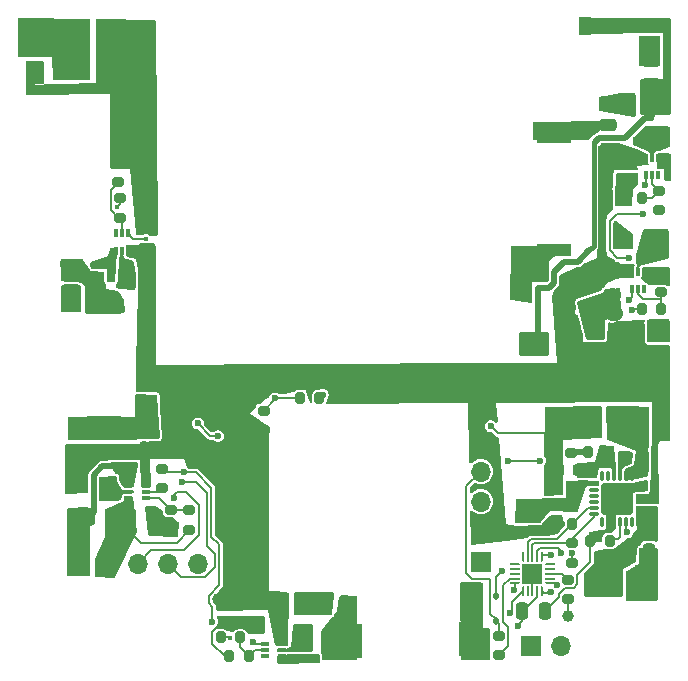
<source format=gtl>
%TF.GenerationSoftware,KiCad,Pcbnew,8.0.4*%
%TF.CreationDate,2024-09-13T22:34:42+02:00*%
%TF.ProjectId,WiiRegStripLite,57696952-6567-4537-9472-69704c697465,rev?*%
%TF.SameCoordinates,Original*%
%TF.FileFunction,Copper,L1,Top*%
%TF.FilePolarity,Positive*%
%FSLAX46Y46*%
G04 Gerber Fmt 4.6, Leading zero omitted, Abs format (unit mm)*
G04 Created by KiCad (PCBNEW 8.0.4) date 2024-09-13 22:34:42*
%MOMM*%
%LPD*%
G01*
G04 APERTURE LIST*
G04 Aperture macros list*
%AMRoundRect*
0 Rectangle with rounded corners*
0 $1 Rounding radius*
0 $2 $3 $4 $5 $6 $7 $8 $9 X,Y pos of 4 corners*
0 Add a 4 corners polygon primitive as box body*
4,1,4,$2,$3,$4,$5,$6,$7,$8,$9,$2,$3,0*
0 Add four circle primitives for the rounded corners*
1,1,$1+$1,$2,$3*
1,1,$1+$1,$4,$5*
1,1,$1+$1,$6,$7*
1,1,$1+$1,$8,$9*
0 Add four rect primitives between the rounded corners*
20,1,$1+$1,$2,$3,$4,$5,0*
20,1,$1+$1,$4,$5,$6,$7,0*
20,1,$1+$1,$6,$7,$8,$9,0*
20,1,$1+$1,$8,$9,$2,$3,0*%
%AMFreePoly0*
4,1,14,0.334644,0.085355,0.385355,0.034644,0.400000,-0.000711,0.400000,-0.050000,0.385355,-0.085355,0.350000,-0.100000,-0.350000,-0.100000,-0.385355,-0.085355,-0.400000,-0.050000,-0.400000,0.050000,-0.385355,0.085355,-0.350000,0.100000,0.299289,0.100000,0.334644,0.085355,0.334644,0.085355,$1*%
%AMFreePoly1*
4,1,14,0.385355,0.085355,0.400000,0.050000,0.400000,0.000711,0.385355,-0.034644,0.334644,-0.085355,0.299289,-0.100000,-0.350000,-0.100000,-0.385355,-0.085355,-0.400000,-0.050000,-0.400000,0.050000,-0.385355,0.085355,-0.350000,0.100000,0.350000,0.100000,0.385355,0.085355,0.385355,0.085355,$1*%
%AMFreePoly2*
4,1,14,0.085355,0.385355,0.100000,0.350000,0.100000,-0.350000,0.085355,-0.385355,0.050000,-0.400000,-0.050000,-0.400000,-0.085355,-0.385355,-0.100000,-0.350000,-0.100000,0.299289,-0.085355,0.334644,-0.034644,0.385355,0.000711,0.400000,0.050000,0.400000,0.085355,0.385355,0.085355,0.385355,$1*%
%AMFreePoly3*
4,1,14,0.034644,0.385355,0.085355,0.334644,0.100000,0.299289,0.100000,-0.350000,0.085355,-0.385355,0.050000,-0.400000,-0.050000,-0.400000,-0.085355,-0.385355,-0.100000,-0.350000,-0.100000,0.350000,-0.085355,0.385355,-0.050000,0.400000,-0.000711,0.400000,0.034644,0.385355,0.034644,0.385355,$1*%
%AMFreePoly4*
4,1,14,0.385355,0.085355,0.400000,0.050000,0.400000,-0.050000,0.385355,-0.085355,0.350000,-0.100000,-0.299289,-0.100000,-0.334644,-0.085355,-0.385355,-0.034644,-0.400000,0.000711,-0.400000,0.050000,-0.385355,0.085355,-0.350000,0.100000,0.350000,0.100000,0.385355,0.085355,0.385355,0.085355,$1*%
%AMFreePoly5*
4,1,14,0.385355,0.085355,0.400000,0.050000,0.400000,-0.050000,0.385355,-0.085355,0.350000,-0.100000,-0.350000,-0.100000,-0.385355,-0.085355,-0.400000,-0.050000,-0.400000,-0.000711,-0.385355,0.034644,-0.334644,0.085355,-0.299289,0.100000,0.350000,0.100000,0.385355,0.085355,0.385355,0.085355,$1*%
%AMFreePoly6*
4,1,14,0.085355,0.385355,0.100000,0.350000,0.100000,-0.299289,0.085355,-0.334644,0.034644,-0.385355,-0.000711,-0.400000,-0.050000,-0.400000,-0.085355,-0.385355,-0.100000,-0.350000,-0.100000,0.350000,-0.085355,0.385355,-0.050000,0.400000,0.050000,0.400000,0.085355,0.385355,0.085355,0.385355,$1*%
%AMFreePoly7*
4,1,14,0.085355,0.385355,0.100000,0.350000,0.100000,-0.350000,0.085355,-0.385355,0.050000,-0.400000,0.000711,-0.400000,-0.034644,-0.385355,-0.085355,-0.334644,-0.100000,-0.299289,-0.100000,0.350000,-0.085355,0.385355,-0.050000,0.400000,0.050000,0.400000,0.085355,0.385355,0.085355,0.385355,$1*%
G04 Aperture macros list end*
%TA.AperFunction,SMDPad,CuDef*%
%ADD10RoundRect,0.200000X0.200000X0.275000X-0.200000X0.275000X-0.200000X-0.275000X0.200000X-0.275000X0*%
%TD*%
%TA.AperFunction,SMDPad,CuDef*%
%ADD11RoundRect,0.200000X-0.275000X0.200000X-0.275000X-0.200000X0.275000X-0.200000X0.275000X0.200000X0*%
%TD*%
%TA.AperFunction,SMDPad,CuDef*%
%ADD12R,1.700000X1.700000*%
%TD*%
%TA.AperFunction,SMDPad,CuDef*%
%ADD13O,1.700000X1.700000*%
%TD*%
%TA.AperFunction,SMDPad,CuDef*%
%ADD14RoundRect,0.250000X-0.475000X0.250000X-0.475000X-0.250000X0.475000X-0.250000X0.475000X0.250000X0*%
%TD*%
%TA.AperFunction,SMDPad,CuDef*%
%ADD15RoundRect,0.250000X0.475000X-0.250000X0.475000X0.250000X-0.475000X0.250000X-0.475000X-0.250000X0*%
%TD*%
%TA.AperFunction,SMDPad,CuDef*%
%ADD16RoundRect,0.250000X-0.250000X-0.475000X0.250000X-0.475000X0.250000X0.475000X-0.250000X0.475000X0*%
%TD*%
%TA.AperFunction,SMDPad,CuDef*%
%ADD17RoundRect,0.085000X-0.085000X0.265000X-0.085000X-0.265000X0.085000X-0.265000X0.085000X0.265000X0*%
%TD*%
%TA.AperFunction,SMDPad,CuDef*%
%ADD18RoundRect,0.112500X-0.112500X0.187500X-0.112500X-0.187500X0.112500X-0.187500X0.112500X0.187500X0*%
%TD*%
%TA.AperFunction,SMDPad,CuDef*%
%ADD19RoundRect,0.250000X0.250000X0.475000X-0.250000X0.475000X-0.250000X-0.475000X0.250000X-0.475000X0*%
%TD*%
%TA.AperFunction,SMDPad,CuDef*%
%ADD20RoundRect,0.200000X0.275000X-0.200000X0.275000X0.200000X-0.275000X0.200000X-0.275000X-0.200000X0*%
%TD*%
%TA.AperFunction,SMDPad,CuDef*%
%ADD21RoundRect,0.085000X0.265000X0.085000X-0.265000X0.085000X-0.265000X-0.085000X0.265000X-0.085000X0*%
%TD*%
%TA.AperFunction,SMDPad,CuDef*%
%ADD22RoundRect,0.085000X0.085000X-0.265000X0.085000X0.265000X-0.085000X0.265000X-0.085000X-0.265000X0*%
%TD*%
%TA.AperFunction,SMDPad,CuDef*%
%ADD23RoundRect,0.250000X1.025000X-0.787500X1.025000X0.787500X-1.025000X0.787500X-1.025000X-0.787500X0*%
%TD*%
%TA.AperFunction,SMDPad,CuDef*%
%ADD24RoundRect,0.200000X-0.200000X-0.275000X0.200000X-0.275000X0.200000X0.275000X-0.200000X0.275000X0*%
%TD*%
%TA.AperFunction,SMDPad,CuDef*%
%ADD25R,1.500000X1.500000*%
%TD*%
%TA.AperFunction,SMDPad,CuDef*%
%ADD26RoundRect,0.225000X-0.225000X-0.250000X0.225000X-0.250000X0.225000X0.250000X-0.225000X0.250000X0*%
%TD*%
%TA.AperFunction,SMDPad,CuDef*%
%ADD27R,3.000000X1.000000*%
%TD*%
%TA.AperFunction,SMDPad,CuDef*%
%ADD28R,2.200000X2.700000*%
%TD*%
%TA.AperFunction,SMDPad,CuDef*%
%ADD29R,1.500000X1.200000*%
%TD*%
%TA.AperFunction,SMDPad,CuDef*%
%ADD30RoundRect,0.225000X0.225000X0.250000X-0.225000X0.250000X-0.225000X-0.250000X0.225000X-0.250000X0*%
%TD*%
%TA.AperFunction,SMDPad,CuDef*%
%ADD31R,1.200000X1.500000*%
%TD*%
%TA.AperFunction,SMDPad,CuDef*%
%ADD32R,1.000000X3.000000*%
%TD*%
%TA.AperFunction,SMDPad,CuDef*%
%ADD33RoundRect,0.250000X-0.787500X-1.025000X0.787500X-1.025000X0.787500X1.025000X-0.787500X1.025000X0*%
%TD*%
%TA.AperFunction,SMDPad,CuDef*%
%ADD34R,1.000000X1.500000*%
%TD*%
%TA.AperFunction,SMDPad,CuDef*%
%ADD35C,1.000000*%
%TD*%
%TA.AperFunction,SMDPad,CuDef*%
%ADD36FreePoly0,90.000000*%
%TD*%
%TA.AperFunction,SMDPad,CuDef*%
%ADD37RoundRect,0.050000X0.050000X-0.350000X0.050000X0.350000X-0.050000X0.350000X-0.050000X-0.350000X0*%
%TD*%
%TA.AperFunction,SMDPad,CuDef*%
%ADD38FreePoly1,90.000000*%
%TD*%
%TA.AperFunction,SMDPad,CuDef*%
%ADD39FreePoly2,90.000000*%
%TD*%
%TA.AperFunction,SMDPad,CuDef*%
%ADD40RoundRect,0.050000X0.350000X-0.050000X0.350000X0.050000X-0.350000X0.050000X-0.350000X-0.050000X0*%
%TD*%
%TA.AperFunction,SMDPad,CuDef*%
%ADD41FreePoly3,90.000000*%
%TD*%
%TA.AperFunction,SMDPad,CuDef*%
%ADD42FreePoly4,90.000000*%
%TD*%
%TA.AperFunction,SMDPad,CuDef*%
%ADD43FreePoly5,90.000000*%
%TD*%
%TA.AperFunction,SMDPad,CuDef*%
%ADD44FreePoly6,90.000000*%
%TD*%
%TA.AperFunction,SMDPad,CuDef*%
%ADD45FreePoly7,90.000000*%
%TD*%
%TA.AperFunction,HeatsinkPad*%
%ADD46R,1.700000X1.700000*%
%TD*%
%TA.AperFunction,SMDPad,CuDef*%
%ADD47RoundRect,0.070000X-0.355000X-0.070000X0.355000X-0.070000X0.355000X0.070000X-0.355000X0.070000X0*%
%TD*%
%TA.AperFunction,SMDPad,CuDef*%
%ADD48RoundRect,0.070000X0.070000X-0.355000X0.070000X0.355000X-0.070000X0.355000X-0.070000X-0.355000X0*%
%TD*%
%TA.AperFunction,SMDPad,CuDef*%
%ADD49RoundRect,0.070000X0.355000X0.070000X-0.355000X0.070000X-0.355000X-0.070000X0.355000X-0.070000X0*%
%TD*%
%TA.AperFunction,SMDPad,CuDef*%
%ADD50RoundRect,0.070000X-0.070000X0.355000X-0.070000X-0.355000X0.070000X-0.355000X0.070000X0.355000X0*%
%TD*%
%TA.AperFunction,ComponentPad*%
%ADD51C,0.500000*%
%TD*%
%TA.AperFunction,SMDPad,CuDef*%
%ADD52RoundRect,0.251100X-1.098900X1.098900X-1.098900X-1.098900X1.098900X-1.098900X1.098900X1.098900X0*%
%TD*%
%TA.AperFunction,ViaPad*%
%ADD53C,0.600000*%
%TD*%
%TA.AperFunction,ViaPad*%
%ADD54C,0.500000*%
%TD*%
%TA.AperFunction,ViaPad*%
%ADD55C,0.400000*%
%TD*%
%TA.AperFunction,ViaPad*%
%ADD56C,0.800000*%
%TD*%
%TA.AperFunction,Conductor*%
%ADD57C,0.200000*%
%TD*%
%TA.AperFunction,Conductor*%
%ADD58C,0.500000*%
%TD*%
%TA.AperFunction,Conductor*%
%ADD59C,1.270000*%
%TD*%
%TA.AperFunction,Conductor*%
%ADD60C,0.635000*%
%TD*%
%TA.AperFunction,Conductor*%
%ADD61C,0.150000*%
%TD*%
%TA.AperFunction,Conductor*%
%ADD62C,0.508000*%
%TD*%
%TA.AperFunction,Conductor*%
%ADD63C,0.381000*%
%TD*%
G04 APERTURE END LIST*
D10*
%TO.P,R17,1*%
%TO.N,Net-(U8-FB)*%
X153065000Y-157640000D03*
%TO.P,R17,2*%
%TO.N,GND*%
X151415000Y-157640000D03*
%TD*%
D11*
%TO.P,R14,1*%
%TO.N,1V*%
X142140000Y-118885000D03*
%TO.P,R14,2*%
%TO.N,Net-(U7-FB)*%
X142140000Y-120535000D03*
%TD*%
D12*
%TO.P,J3,1,Pin_1*%
%TO.N,GND*%
X176925000Y-156785000D03*
D13*
%TO.P,J3,2,Pin_2*%
%TO.N,PA4*%
X179465000Y-156785000D03*
%TD*%
D14*
%TO.P,C18,1*%
%TO.N,VIN*%
X183800000Y-125200000D03*
%TO.P,C18,2*%
%TO.N,GND*%
X183800000Y-127100000D03*
%TD*%
D15*
%TO.P,C23,1*%
%TO.N,3V*%
X187100000Y-109200000D03*
%TO.P,C23,2*%
%TO.N,GND*%
X187100000Y-107300000D03*
%TD*%
D16*
%TO.P,C17,1*%
%TO.N,VIN*%
X155910000Y-152960000D03*
%TO.P,C17,2*%
%TO.N,GND*%
X157810000Y-152960000D03*
%TD*%
D17*
%TO.P,U10,1,GND*%
%TO.N,GND*%
X187700000Y-115450000D03*
%TO.P,U10,2,SW*%
%TO.N,/Inductor3vIn*%
X187200000Y-115450000D03*
%TO.P,U10,3,VIN*%
%TO.N,VIN*%
X186700000Y-115450000D03*
%TO.P,U10,4,EN*%
%TO.N,EN*%
X186700000Y-116950000D03*
%TO.P,U10,5,FB*%
%TO.N,Net-(U10-FB)*%
X187200000Y-116950000D03*
%TO.P,U10,6,NC*%
%TO.N,unconnected-(U10-NC-Pad6)*%
X187700000Y-116950000D03*
%TD*%
D11*
%TO.P,R20,1*%
%TO.N,Net-(D1-A)*%
X174252500Y-155927500D03*
%TO.P,R20,2*%
%TO.N,UPDI*%
X174252500Y-157577500D03*
%TD*%
D18*
%TO.P,D1,1,K*%
%TO.N,Net-(D1-K)*%
X173970000Y-152540000D03*
%TO.P,D1,2,A*%
%TO.N,Net-(D1-A)*%
X173970000Y-154640000D03*
%TD*%
D19*
%TO.P,C25,1*%
%TO.N,5V*%
X141420000Y-145870000D03*
%TO.P,C25,2*%
%TO.N,GND*%
X139520000Y-145870000D03*
%TD*%
D16*
%TO.P,C13,1*%
%TO.N,GND*%
X182480000Y-130070000D03*
%TO.P,C13,2*%
%TO.N,VIN*%
X184380000Y-130070000D03*
%TD*%
D19*
%TO.P,C14,1*%
%TO.N,GND*%
X187890000Y-130070000D03*
%TO.P,C14,2*%
%TO.N,VIN*%
X185990000Y-130070000D03*
%TD*%
D20*
%TO.P,R18,1*%
%TO.N,3V*%
X187800000Y-119925000D03*
%TO.P,R18,2*%
%TO.N,Net-(U10-FB)*%
X187800000Y-118275000D03*
%TD*%
D12*
%TO.P,J1,1,Pin_1*%
%TO.N,GND*%
X172700000Y-149650000D03*
D13*
%TO.P,J1,2,Pin_2*%
%TO.N,VIN*%
X172700000Y-147110000D03*
%TO.P,J1,3,Pin_3*%
%TO.N,Net-(D1-K)*%
X172700000Y-144570000D03*
%TO.P,J1,4,Pin_4*%
%TO.N,Net-(D1-A)*%
X172700000Y-142030000D03*
%TD*%
D21*
%TO.P,U11,1,FB*%
%TO.N,Net-(U11-FB)*%
X144350000Y-144235000D03*
%TO.P,U11,2,EN*%
%TO.N,Net-(U11-EN)*%
X144350000Y-143735000D03*
%TO.P,U11,3,VIN*%
%TO.N,VIN*%
X144350000Y-143235000D03*
%TO.P,U11,4,GND*%
%TO.N,GND*%
X142850000Y-143235000D03*
%TO.P,U11,5,SW*%
%TO.N,/L5v*%
X142850000Y-143735000D03*
%TO.P,U11,6,VOUT*%
%TO.N,5V*%
X142850000Y-144235000D03*
%TD*%
D19*
%TO.P,C21,1*%
%TO.N,1V08*%
X161480000Y-153410000D03*
%TO.P,C21,2*%
%TO.N,GND*%
X159580000Y-153410000D03*
%TD*%
D22*
%TO.P,U7,1,GND*%
%TO.N,GND*%
X141810000Y-123360000D03*
%TO.P,U7,2,SW*%
%TO.N,/L1v*%
X142310000Y-123360000D03*
%TO.P,U7,3,VIN*%
%TO.N,VIN*%
X142810000Y-123360000D03*
%TO.P,U7,4,EN*%
%TO.N,EN*%
X142810000Y-121860000D03*
%TO.P,U7,5,FB*%
%TO.N,Net-(U7-FB)*%
X142310000Y-121860000D03*
%TO.P,U7,6,NC*%
%TO.N,unconnected-(U7-NC-Pad6)*%
X141810000Y-121860000D03*
%TD*%
D23*
%TO.P,C189,1*%
%TO.N,3V*%
X177170000Y-131220000D03*
%TO.P,C189,2*%
%TO.N,GND*%
X177170000Y-124995000D03*
%TD*%
D24*
%TO.P,TH1,1*%
%TO.N,PA1*%
X157390000Y-135790000D03*
%TO.P,TH1,2*%
%TO.N,GND*%
X159040000Y-135790000D03*
%TD*%
D25*
%TO.P,TP2,1,1*%
%TO.N,Net-(C12-Pad1)*%
X182450000Y-151830000D03*
%TD*%
D26*
%TO.P,C1,1*%
%TO.N,GND*%
X178870000Y-143440000D03*
%TO.P,C1,2*%
%TO.N,Net-(U5-VBUS)*%
X180420000Y-143440000D03*
%TD*%
D11*
%TO.P,R11,1*%
%TO.N,GND*%
X180360000Y-138785000D03*
%TO.P,R11,2*%
%TO.N,Net-(U5-TS)*%
X180360000Y-140435000D03*
%TD*%
D27*
%TO.P,TP20,1,1*%
%TO.N,1V35*%
X134972776Y-104153785D03*
%TD*%
D28*
%TO.P,L5,1,1*%
%TO.N,VIN*%
X185020000Y-132765000D03*
%TO.P,L5,2,2*%
%TO.N,/LBQ*%
X185020000Y-137865000D03*
%TD*%
D21*
%TO.P,U8,1,GND*%
%TO.N,GND*%
X155900000Y-157660000D03*
%TO.P,U8,2,SW*%
%TO.N,/L1v08*%
X155900000Y-157160000D03*
%TO.P,U8,3,VIN*%
%TO.N,VIN*%
X155900000Y-156660000D03*
%TO.P,U8,4,EN*%
%TO.N,EN*%
X154400000Y-156660000D03*
%TO.P,U8,5,FB*%
%TO.N,Net-(U8-FB)*%
X154400000Y-157160000D03*
%TO.P,U8,6,NC*%
%TO.N,unconnected-(U8-NC-Pad6)*%
X154400000Y-157660000D03*
%TD*%
D27*
%TO.P,TP5,1,1*%
%TO.N,GND*%
X178886523Y-123309192D03*
%TD*%
D29*
%TO.P,L6,1,1*%
%TO.N,/L1v*%
X142760000Y-125830000D03*
%TO.P,L6,2,2*%
%TO.N,1V*%
X140060000Y-125830000D03*
%TD*%
D24*
%TO.P,R16,1*%
%TO.N,1V08*%
X150685000Y-156070000D03*
%TO.P,R16,2*%
%TO.N,Net-(U8-FB)*%
X152335000Y-156070000D03*
%TD*%
D30*
%TO.P,C11,1*%
%TO.N,Net-(U5-REGN)*%
X180890000Y-141920000D03*
%TO.P,C11,2*%
%TO.N,GND*%
X179340000Y-141920000D03*
%TD*%
D16*
%TO.P,C14,1*%
%TO.N,GND*%
X153810000Y-154990000D03*
%TO.P,C14,2*%
%TO.N,VIN*%
X155710000Y-154990000D03*
%TD*%
D31*
%TO.P,L9,1,1*%
%TO.N,/Inductor3vIn*%
X187100000Y-113700000D03*
%TO.P,L9,2,2*%
%TO.N,3V*%
X187100000Y-111000000D03*
%TD*%
D11*
%TO.P,R12,1*%
%TO.N,SDA*%
X180450000Y-148105000D03*
%TO.P,R12,2*%
%TO.N,VIN*%
X180450000Y-149755000D03*
%TD*%
D15*
%TO.P,C15,1*%
%TO.N,GND*%
X181750000Y-128220000D03*
%TO.P,C15,2*%
%TO.N,VIN*%
X181750000Y-126320000D03*
%TD*%
D24*
%TO.P,R10,1*%
%TO.N,Net-(U5-TS)*%
X181750000Y-140375000D03*
%TO.P,R10,2*%
%TO.N,Net-(U5-REGN)*%
X183400000Y-140375000D03*
%TD*%
D10*
%TO.P,R21,1*%
%TO.N,Net-(U10-FB)*%
X186325000Y-118900000D03*
%TO.P,R21,2*%
%TO.N,GND*%
X184675000Y-118900000D03*
%TD*%
D11*
%TO.P,R25,1*%
%TO.N,Net-(U11-FB)*%
X146490000Y-145295000D03*
%TO.P,R25,2*%
%TO.N,GND*%
X146490000Y-146945000D03*
%TD*%
%TO.P,R27,1*%
%TO.N,PA1*%
X154310000Y-136870000D03*
%TO.P,R27,2*%
%TO.N,VIN*%
X154310000Y-138520000D03*
%TD*%
D32*
%TO.P,,1,1*%
%TO.N,GND*%
X171380000Y-156210000D03*
%TD*%
D27*
%TO.P,,1,1*%
%TO.N,1V35*%
X178900000Y-113700000D03*
%TD*%
D15*
%TO.P,C16,1*%
%TO.N,VIN*%
X144460000Y-123200000D03*
%TO.P,C16,2*%
%TO.N,GND*%
X144460000Y-121300000D03*
%TD*%
D19*
%TO.P,C26,1*%
%TO.N,GND*%
X178120000Y-153830000D03*
%TO.P,C26,2*%
%TO.N,VIN*%
X176220000Y-153830000D03*
%TD*%
D27*
%TO.P,TP40,1,1*%
%TO.N,1V*%
X140799999Y-128148344D03*
%TD*%
D20*
%TO.P,R24,1*%
%TO.N,5V*%
X148025000Y-146965000D03*
%TO.P,R24,2*%
%TO.N,Net-(U11-FB)*%
X148025000Y-145315000D03*
%TD*%
D33*
%TO.P,C500,1*%
%TO.N,1V35*%
X137788715Y-107193785D03*
%TO.P,C500,2*%
%TO.N,GND*%
X144013715Y-107193785D03*
%TD*%
D32*
%TO.P,TP30,1,1*%
%TO.N,1V08*%
X162116215Y-156358525D03*
%TD*%
D20*
%TO.P,R23,1*%
%TO.N,NeoPixelDIN*%
X180090000Y-152825000D03*
%TO.P,R23,2*%
%TO.N,PA7*%
X180090000Y-151175000D03*
%TD*%
D34*
%TO.P,TP10,1,1*%
%TO.N,3V*%
X181520000Y-104300000D03*
%TD*%
D26*
%TO.P,C7,1*%
%TO.N,Net-(U5-BTST)*%
X184895000Y-140965000D03*
%TO.P,C7,2*%
%TO.N,/LBQ*%
X186445000Y-140965000D03*
%TD*%
D35*
%TO.P,TP3,1,1*%
%TO.N,VIN*%
X150490000Y-152860000D03*
%TD*%
D20*
%TO.P,R26,1*%
%TO.N,Net-(U11-EN)*%
X145750000Y-143445000D03*
%TO.P,R26,2*%
%TO.N,EN*%
X145750000Y-141795000D03*
%TD*%
D35*
%TO.P,TP60,1,1*%
%TO.N,NeoPixelDIN*%
X180070000Y-154240000D03*
%TD*%
D16*
%TO.P,C24,1*%
%TO.N,5V*%
X143020000Y-145900000D03*
%TO.P,C24,2*%
%TO.N,GND*%
X144920000Y-145900000D03*
%TD*%
%TO.P,C12,1*%
%TO.N,Net-(C12-Pad1)*%
X185050000Y-148800000D03*
%TO.P,C12,2*%
%TO.N,GND*%
X186950000Y-148800000D03*
%TD*%
D12*
%TO.P,J2,1,Pin_1*%
%TO.N,GND*%
X138580000Y-149820000D03*
D13*
%TO.P,J2,2,Pin_2*%
%TO.N,5V*%
X141120000Y-149820000D03*
%TO.P,J2,3,Pin_3*%
%TO.N,TX*%
X143660000Y-149820000D03*
%TO.P,J2,4,Pin_4*%
%TO.N,RX*%
X146200000Y-149820000D03*
%TO.P,J2,5,Pin_5*%
%TO.N,BTN*%
X148740000Y-149820000D03*
%TD*%
D20*
%TO.P,R19,1*%
%TO.N,Net-(U9-FB)*%
X188000000Y-126850000D03*
%TO.P,R19,2*%
%TO.N,GND*%
X188000000Y-125200000D03*
%TD*%
D25*
%TO.P,GND,1,1*%
%TO.N,GND*%
X186490000Y-151800000D03*
%TD*%
D29*
%TO.P,L8,1,1*%
%TO.N,/L1v35*%
X187550000Y-122600000D03*
%TO.P,L8,2,2*%
%TO.N,1V35*%
X184850000Y-122600000D03*
%TD*%
%TO.P,L7,1,1*%
%TO.N,/L1v08*%
X157620000Y-156480000D03*
%TO.P,L7,2,2*%
%TO.N,1V08*%
X160320000Y-156480000D03*
%TD*%
D14*
%TO.P,C200,1*%
%TO.N,1V35*%
X134926215Y-105910809D03*
%TO.P,C200,2*%
%TO.N,GND*%
X134926215Y-107810809D03*
%TD*%
D25*
%TO.P,TP1,1,1*%
%TO.N,Net-(U5-VBUS)*%
X176540000Y-145090000D03*
%TD*%
D17*
%TO.P,U9,1,GND*%
%TO.N,GND*%
X186500000Y-125092500D03*
%TO.P,U9,2,SW*%
%TO.N,/L1v35*%
X186000000Y-125092500D03*
%TO.P,U9,3,VIN*%
%TO.N,VIN*%
X185500000Y-125092500D03*
%TO.P,U9,4,EN*%
%TO.N,EN*%
X185500000Y-126592500D03*
%TO.P,U9,5,FB*%
%TO.N,Net-(U9-FB)*%
X186000000Y-126592500D03*
%TO.P,U9,6,NC*%
%TO.N,unconnected-(U9-NC-Pad6)*%
X186500000Y-126592500D03*
%TD*%
D29*
%TO.P,L10,1,1*%
%TO.N,/L5v*%
X141160000Y-143050000D03*
%TO.P,L10,2,2*%
%TO.N,VIN*%
X138460000Y-143050000D03*
%TD*%
D20*
%TO.P,R15,1*%
%TO.N,Net-(U7-FB)*%
X142020000Y-117500000D03*
%TO.P,R15,2*%
%TO.N,GND*%
X142020000Y-115850000D03*
%TD*%
D15*
%TO.P,C22,1*%
%TO.N,1V35*%
X183450000Y-112650000D03*
%TO.P,C22,2*%
%TO.N,GND*%
X183450000Y-110750000D03*
%TD*%
D14*
%TO.P,C19,1*%
%TO.N,VIN*%
X185050000Y-115450000D03*
%TO.P,C19,2*%
%TO.N,GND*%
X185050000Y-117350000D03*
%TD*%
D24*
%TO.P,R1,1*%
%TO.N,GND*%
X181955000Y-147910000D03*
%TO.P,R1,2*%
%TO.N,Net-(U5-ILIM)*%
X183605000Y-147910000D03*
%TD*%
%TO.P,R13,1*%
%TO.N,VIN*%
X178790000Y-146480000D03*
%TO.P,R13,2*%
%TO.N,SCL*%
X180440000Y-146480000D03*
%TD*%
D27*
%TO.P,TP7,1,1*%
%TO.N,GND*%
X140799999Y-137800000D03*
%TD*%
D36*
%TO.P,U6,1,PA2*%
%TO.N,EN*%
X176270000Y-152140000D03*
D37*
%TO.P,U6,2,PA3*%
%TO.N,PA3*%
X176670000Y-152140000D03*
%TO.P,U6,3,GND*%
%TO.N,GND*%
X177070000Y-152140000D03*
%TO.P,U6,4,VCC*%
%TO.N,VIN*%
X177470000Y-152140000D03*
D38*
%TO.P,U6,5,PA4*%
%TO.N,PA4*%
X177870000Y-152140000D03*
D39*
%TO.P,U6,6,PA5*%
%TO.N,BTN*%
X178520000Y-151490000D03*
D40*
%TO.P,U6,7,PA6*%
%TO.N,PA6*%
X178520000Y-151090000D03*
%TO.P,U6,8,PA7*%
%TO.N,PA7*%
X178520000Y-150690000D03*
%TO.P,U6,9,PB5*%
%TO.N,unconnected-(U6-PB5-Pad9)*%
X178520000Y-150290000D03*
D41*
%TO.P,U6,10,PB4*%
%TO.N,unconnected-(U6-PB4-Pad10)*%
X178520000Y-149890000D03*
D42*
%TO.P,U6,11,PB3*%
%TO.N,RX*%
X177870000Y-149240000D03*
D37*
%TO.P,U6,12,PB2*%
%TO.N,TX*%
X177470000Y-149240000D03*
%TO.P,U6,13,PB1*%
%TO.N,SDA*%
X177070000Y-149240000D03*
%TO.P,U6,14,PB0*%
%TO.N,SCL*%
X176670000Y-149240000D03*
D43*
%TO.P,U6,15,PC0*%
%TO.N,unconnected-(U6-PC0-Pad15)*%
X176270000Y-149240000D03*
D44*
%TO.P,U6,16,PC1*%
%TO.N,unconnected-(U6-PC1-Pad16)*%
X175620000Y-149890000D03*
D40*
%TO.P,U6,17,PC2*%
%TO.N,unconnected-(U6-PC2-Pad17)*%
X175620000Y-150290000D03*
%TO.P,U6,18,PC3*%
%TO.N,unconnected-(U6-PC3-Pad18)*%
X175620000Y-150690000D03*
%TO.P,U6,19,~{RESET}/PA0*%
%TO.N,UPDI*%
X175620000Y-151090000D03*
D45*
%TO.P,U6,20,PA1*%
%TO.N,PA1*%
X175620000Y-151490000D03*
D46*
%TO.P,U6,21,GND*%
%TO.N,GND*%
X177070000Y-150690000D03*
%TD*%
D14*
%TO.P,C20,1*%
%TO.N,1V*%
X138020000Y-124770000D03*
%TO.P,C20,2*%
%TO.N,GND*%
X138020000Y-126670000D03*
%TD*%
D24*
%TO.P,R22,1*%
%TO.N,1V35*%
X186350000Y-128300000D03*
%TO.P,R22,2*%
%TO.N,Net-(U9-FB)*%
X188000000Y-128300000D03*
%TD*%
D47*
%TO.P,U5,1,VBUS*%
%TO.N,Net-(U5-VBUS)*%
X182275000Y-143090000D03*
%TO.P,U5,2,D+*%
%TO.N,unconnected-(U5-D+-Pad2)*%
X182275000Y-143590000D03*
%TO.P,U5,3,D-*%
%TO.N,unconnected-(U5-D--Pad3)*%
X182275000Y-144090000D03*
%TO.P,U5,4,STAT*%
%TO.N,unconnected-(U5-STAT-Pad4)*%
X182275000Y-144590000D03*
%TO.P,U5,5,SCL*%
%TO.N,SCL*%
X182275000Y-145090000D03*
%TO.P,U5,6,SDA*%
%TO.N,SDA*%
X182275000Y-145590000D03*
D48*
%TO.P,U5,7,INT*%
%TO.N,unconnected-(U5-INT-Pad7)*%
X183000000Y-146315000D03*
%TO.P,U5,8,OTG*%
%TO.N,GND*%
X183500000Y-146315000D03*
%TO.P,U5,9,~{CE}*%
X184000000Y-146315000D03*
%TO.P,U5,10,ILIM*%
%TO.N,Net-(U5-ILIM)*%
X184500000Y-146315000D03*
%TO.P,U5,11,TS*%
%TO.N,Net-(U5-TS)*%
X185000000Y-146315000D03*
%TO.P,U5,12,~{QON}*%
%TO.N,unconnected-(U5-~{QON}-Pad12)*%
X185500000Y-146315000D03*
D49*
%TO.P,U5,13,BAT*%
%TO.N,Net-(C12-Pad1)*%
X186225000Y-145590000D03*
%TO.P,U5,14,BAT*%
X186225000Y-145090000D03*
%TO.P,U5,15,SYS*%
%TO.N,VIN*%
X186225000Y-144590000D03*
%TO.P,U5,16,SYS*%
X186225000Y-144090000D03*
%TO.P,U5,17,PGND*%
%TO.N,GND*%
X186225000Y-143590000D03*
%TO.P,U5,18,PGND*%
X186225000Y-143090000D03*
D50*
%TO.P,U5,19,SW*%
%TO.N,/LBQ*%
X185500000Y-142365000D03*
%TO.P,U5,20,SW*%
X185000000Y-142365000D03*
%TO.P,U5,21,BTST*%
%TO.N,Net-(U5-BTST)*%
X184500000Y-142365000D03*
%TO.P,U5,22,REGN*%
%TO.N,Net-(U5-REGN)*%
X184000000Y-142365000D03*
%TO.P,U5,23,PMID*%
%TO.N,unconnected-(U5-PMID-Pad23)*%
X183500000Y-142365000D03*
%TO.P,U5,24,DSEL*%
%TO.N,unconnected-(U5-DSEL-Pad24)*%
X183000000Y-142365000D03*
D51*
%TO.P,U5,25,PGND*%
%TO.N,GND*%
X183150000Y-143240000D03*
X183150000Y-144340000D03*
X183150000Y-145440000D03*
X184250000Y-143240000D03*
X184250000Y-144340000D03*
D52*
X184250000Y-144340000D03*
D51*
X184250000Y-145440000D03*
X185350000Y-143240000D03*
X185350000Y-144340000D03*
X185350000Y-145440000D03*
%TD*%
D53*
%TO.N,GND*%
X144810000Y-136840000D03*
D54*
X145650000Y-147210000D03*
D53*
X187060000Y-129460000D03*
X184800000Y-110900000D03*
X184800000Y-110300000D03*
X187600000Y-105500000D03*
X144850000Y-135930000D03*
X172160000Y-149690000D03*
D55*
X156970000Y-157690000D03*
D53*
X175800000Y-126960000D03*
D55*
X158590000Y-153290000D03*
D53*
X142130000Y-138870000D03*
X142500000Y-142230000D03*
D55*
X137990000Y-127620000D03*
D53*
X187600000Y-106200000D03*
X142920000Y-138880000D03*
X188500000Y-115400000D03*
X175510000Y-125340000D03*
X171520000Y-153250000D03*
X143850000Y-135910000D03*
X183810000Y-127960000D03*
X185040000Y-118120000D03*
X178670000Y-137170000D03*
D55*
X144510000Y-118350000D03*
X158590000Y-152870000D03*
X158800000Y-157680000D03*
D53*
X183830000Y-128600000D03*
X185500000Y-110300000D03*
X145150000Y-138860000D03*
D55*
X138000000Y-128190000D03*
D53*
X188000000Y-125900000D03*
X176900000Y-123870000D03*
X159301473Y-135520000D03*
X180270000Y-137230000D03*
X151860863Y-154672594D03*
X176670000Y-127000000D03*
X144940000Y-145900000D03*
D55*
X143530000Y-118360000D03*
X158330000Y-157700000D03*
X145030000Y-118890000D03*
D53*
X143820000Y-139020000D03*
X179440000Y-137250000D03*
X177090000Y-150690000D03*
X187100000Y-125100000D03*
D55*
X157890000Y-157690000D03*
D53*
X173230000Y-149700000D03*
D54*
X144960000Y-147170000D03*
D55*
X158560000Y-152450000D03*
D53*
X185500000Y-110900000D03*
X181130000Y-137230000D03*
D55*
X144060000Y-118930000D03*
D53*
X141790000Y-141590000D03*
X175760000Y-123850000D03*
D55*
X141520000Y-125330000D03*
D53*
X152600000Y-154730000D03*
X141400000Y-138920000D03*
X143900000Y-136840000D03*
X151011724Y-154550000D03*
X172380000Y-153250000D03*
X187100000Y-125800000D03*
X186900000Y-106200000D03*
X186730000Y-150170000D03*
X181800000Y-138040000D03*
X187400000Y-150170000D03*
D55*
X141480000Y-124420000D03*
D53*
X187100000Y-130700000D03*
X173551421Y-138188579D03*
X188100000Y-116000000D03*
D55*
X144070000Y-119430000D03*
D53*
X172930000Y-155990000D03*
X184350000Y-118110000D03*
D55*
X138560000Y-128190000D03*
X144520000Y-118910000D03*
D53*
X144600000Y-138320000D03*
X172930000Y-156660000D03*
X140670000Y-138960000D03*
X187080000Y-130080000D03*
X143860000Y-138330000D03*
X143210000Y-141580000D03*
D55*
X145010000Y-118350000D03*
D53*
X186040000Y-150220000D03*
D55*
X143540000Y-118940000D03*
X138600000Y-127630000D03*
D53*
X186900000Y-105500000D03*
X139920000Y-138950000D03*
D56*
X178120000Y-153830000D03*
D53*
X138130000Y-138180000D03*
X143180000Y-142260000D03*
D55*
X144520000Y-119400000D03*
D53*
X144490000Y-138990000D03*
D55*
X145010000Y-119400000D03*
D53*
X139160000Y-138950000D03*
D55*
X158590000Y-153740000D03*
X137420000Y-127630000D03*
X141490000Y-124890000D03*
D53*
X184800000Y-111500000D03*
X176920000Y-156810000D03*
D55*
X157430000Y-157690000D03*
D53*
X146490000Y-146960000D03*
D55*
X144030000Y-118350000D03*
X143560000Y-119420000D03*
D53*
X142440000Y-141550000D03*
D55*
X140970000Y-124410000D03*
X137420000Y-128190000D03*
D53*
X183800000Y-127220000D03*
%TO.N,VIN*%
X179615000Y-146480000D03*
X180450000Y-148930000D03*
X172680000Y-147140000D03*
X175830000Y-155080000D03*
%TO.N,1V35*%
X181530000Y-113430000D03*
X184800000Y-121780000D03*
X185491282Y-128388874D03*
X178240000Y-112720000D03*
X184850000Y-122600000D03*
X177470000Y-112740000D03*
X184210000Y-121320000D03*
X182150000Y-112770000D03*
X178980000Y-112700000D03*
%TO.N,3V*%
X187800000Y-119900000D03*
X187100000Y-112100000D03*
D55*
%TO.N,1V*%
X141865000Y-119648946D03*
X137990000Y-124640000D03*
%TO.N,1V08*%
X151500000Y-156080000D03*
X160250000Y-157680000D03*
D53*
%TO.N,Net-(D1-K)*%
X172730000Y-144560000D03*
X174460000Y-150440000D03*
%TO.N,Net-(U5-TS)*%
X185100000Y-147180000D03*
X181110000Y-140390000D03*
%TO.N,SDA*%
X180500000Y-148040000D03*
%TO.N,SCL*%
X180500000Y-146470000D03*
%TO.N,EN*%
X185240000Y-127520000D03*
X174965000Y-141110000D03*
X186400000Y-120200000D03*
X149977333Y-154735861D03*
X177720000Y-141110000D03*
X153430000Y-156470000D03*
X185220000Y-123960000D03*
X148740000Y-137960000D03*
X186600000Y-117800000D03*
X175160000Y-154000000D03*
X150450000Y-139020000D03*
X147530000Y-142090000D03*
D55*
X144330000Y-122300000D03*
D53*
%TO.N,RX*%
X178640000Y-149130000D03*
X147420000Y-142950000D03*
%TO.N,TX*%
X146730000Y-144300000D03*
X179470000Y-148950000D03*
%TO.N,PA1*%
X175510000Y-152052796D03*
X155260000Y-135840000D03*
%TO.N,BTN*%
X148730000Y-149820000D03*
X179170000Y-151650000D03*
%TO.N,PA4*%
X179470000Y-156810000D03*
X178640000Y-152260000D03*
%TD*%
D57*
%TO.N,GND*%
X185770000Y-143590000D02*
X185700000Y-143590000D01*
X179315000Y-152412352D02*
X179852352Y-151875000D01*
D58*
X145615000Y-147245000D02*
X145650000Y-147210000D01*
D57*
X186225000Y-143590000D02*
X186405000Y-143410000D01*
X187060000Y-129460000D02*
X187160000Y-129560000D01*
X173551421Y-138188579D02*
X174147842Y-138785000D01*
X185790000Y-143380000D02*
X185770000Y-143380000D01*
X186005000Y-143370000D02*
X186165000Y-143370000D01*
X181955000Y-149725000D02*
X181955000Y-147910000D01*
X185700000Y-143590000D02*
X185350000Y-143240000D01*
X177070000Y-152140000D02*
X177090000Y-150690000D01*
X186225000Y-143590000D02*
X186402500Y-143412500D01*
D59*
X183800000Y-127970000D02*
X183810000Y-127960000D01*
D57*
X186225000Y-143590000D02*
X185770000Y-143590000D01*
X149985000Y-156610000D02*
X151015000Y-157640000D01*
D60*
X177990000Y-124767500D02*
X177526215Y-125231285D01*
D57*
X179852352Y-151875000D02*
X180577648Y-151875000D01*
D59*
X183800000Y-127220000D02*
X183800000Y-127100000D01*
D57*
X146475000Y-146960000D02*
X146490000Y-146960000D01*
D58*
X139920000Y-142860000D02*
X139920000Y-142340000D01*
X140670000Y-141590000D02*
X141790000Y-141590000D01*
D57*
X187160000Y-129560000D02*
X187200000Y-129560000D01*
X144920000Y-145900000D02*
X144920000Y-145900000D01*
X186225000Y-143590000D02*
X186005000Y-143370000D01*
X186005000Y-143370000D02*
X185650000Y-143370000D01*
X151011724Y-154550000D02*
X149985000Y-155576724D01*
X159040000Y-135790000D02*
X159040000Y-135781473D01*
X185640000Y-143240000D02*
X185650000Y-143250000D01*
D59*
X183800000Y-128370000D02*
X183830000Y-128400000D01*
D58*
X139920000Y-145470000D02*
X139920000Y-142860000D01*
D57*
X151011724Y-154550000D02*
X151141724Y-154680000D01*
D58*
X144940000Y-147120000D02*
X144960000Y-147140000D01*
D57*
X149985000Y-155576724D02*
X149985000Y-156610000D01*
X146490000Y-146945000D02*
X146490000Y-146945000D01*
D59*
X183800000Y-127950000D02*
X183800000Y-127220000D01*
D57*
X177090000Y-150690000D02*
X177070000Y-150690000D01*
D60*
X178886523Y-123309192D02*
X178590808Y-123309192D01*
D58*
X139920000Y-142340000D02*
X140670000Y-141590000D01*
X139520000Y-145870000D02*
X139920000Y-145470000D01*
D57*
X138130000Y-138180000D02*
X138060000Y-138250000D01*
X185350000Y-143820000D02*
X185790000Y-143380000D01*
D58*
X145650000Y-147210000D02*
X145685000Y-147245000D01*
D57*
X144940000Y-145900000D02*
X144920000Y-145900000D01*
X186065000Y-143250000D02*
X185770000Y-143250000D01*
X186225000Y-143090000D02*
X186402500Y-143267500D01*
X186165000Y-143370000D02*
X186225000Y-143310000D01*
X186405000Y-143410000D02*
X186580000Y-143410000D01*
D59*
X184030000Y-128600000D02*
X183830000Y-128400000D01*
X183830000Y-128400000D02*
X183830000Y-128600000D01*
D57*
X186225000Y-143310000D02*
X186225000Y-143090000D01*
X179315000Y-152635000D02*
X179315000Y-152412352D01*
D60*
X178130000Y-124720000D02*
X177990000Y-124767500D01*
D57*
X185350000Y-143240000D02*
X185640000Y-143240000D01*
X180865000Y-150815000D02*
X181955000Y-149725000D01*
X159040000Y-135781473D02*
X159301473Y-135520000D01*
D59*
X183800000Y-128370000D02*
X183800000Y-127970000D01*
D57*
X151677406Y-154672594D02*
X151670000Y-154680000D01*
X146190000Y-147245000D02*
X146475000Y-146960000D01*
X146490000Y-146960000D02*
X146490000Y-146945000D01*
X184675000Y-117725000D02*
X185050000Y-117350000D01*
X159301473Y-135520000D02*
X158981473Y-135840000D01*
X186225000Y-143090000D02*
X186065000Y-143250000D01*
X186402500Y-143267500D02*
X186402500Y-143412500D01*
X151015000Y-157640000D02*
X151415000Y-157640000D01*
X186402500Y-143412500D02*
X186565000Y-143250000D01*
D58*
X144960000Y-147170000D02*
X144990000Y-147170000D01*
X144960000Y-147140000D02*
X144960000Y-147170000D01*
D59*
X183810000Y-127960000D02*
X183800000Y-127950000D01*
D57*
X185500000Y-143090000D02*
X184250000Y-144340000D01*
X186015000Y-143380000D02*
X185790000Y-143380000D01*
D59*
X183830000Y-128600000D02*
X184030000Y-128600000D01*
D57*
X151141724Y-154680000D02*
X151853457Y-154680000D01*
X180577648Y-151875000D02*
X180865000Y-151587648D01*
X180865000Y-151587648D02*
X180865000Y-150815000D01*
X174147842Y-138785000D02*
X180360000Y-138785000D01*
X186225000Y-143090000D02*
X185500000Y-143090000D01*
X187220000Y-130580000D02*
X187250000Y-130580000D01*
X159301473Y-135520000D02*
X159090000Y-135520000D01*
X151853457Y-154680000D02*
X151860863Y-154672594D01*
X178120000Y-153830000D02*
X179315000Y-152635000D01*
X187100000Y-130700000D02*
X187220000Y-130580000D01*
X185350000Y-144340000D02*
X185350000Y-143820000D01*
X186565000Y-143250000D02*
X186570000Y-143250000D01*
X159090000Y-135520000D02*
X158980000Y-135630000D01*
X151860863Y-154672594D02*
X151677406Y-154672594D01*
D61*
%TO.N,VIN*%
X175830000Y-155040000D02*
X175830000Y-155080000D01*
X176220000Y-153830000D02*
X176265000Y-153830000D01*
X176220000Y-154650000D02*
X175830000Y-155040000D01*
D57*
X152700000Y-136910000D02*
X152700000Y-136160000D01*
X180450000Y-149755000D02*
X180450000Y-148930000D01*
D61*
X175830000Y-155080000D02*
X175790000Y-155080000D01*
X176265000Y-153830000D02*
X177470000Y-152625000D01*
D57*
X154310000Y-138520000D02*
X152700000Y-136910000D01*
D61*
X177470000Y-152625000D02*
X177470000Y-152140000D01*
X176220000Y-153830000D02*
X176220000Y-154650000D01*
D57*
X178790000Y-146480000D02*
X179615000Y-146480000D01*
%TO.N,1V35*%
X186350000Y-128300000D02*
X185580156Y-128300000D01*
X185580156Y-128300000D02*
X185790000Y-128300000D01*
X185491282Y-128388874D02*
X185580156Y-128300000D01*
D62*
%TO.N,3V*%
X177534692Y-126486500D02*
X178493534Y-126486500D01*
D63*
X181880000Y-123310000D02*
X182250000Y-122940000D01*
D62*
X184920000Y-113790000D02*
X186610000Y-112100000D01*
X186610000Y-112100000D02*
X187100000Y-112100000D01*
D63*
X182250000Y-114230000D02*
X182360000Y-114120000D01*
D62*
X177526215Y-131456285D02*
X177526215Y-126494977D01*
X187100000Y-111600000D02*
X187100000Y-111000000D01*
X182360000Y-114120000D02*
X182690000Y-113790000D01*
X186920000Y-112100000D02*
X187260000Y-111760000D01*
X177526215Y-126494977D02*
X177534692Y-126486500D01*
X180926808Y-124263192D02*
X181880000Y-123310000D01*
X186610000Y-112100000D02*
X186920000Y-112100000D01*
X178899000Y-126081034D02*
X178899000Y-125122192D01*
X187260000Y-111760000D02*
X187100000Y-111600000D01*
X178899000Y-125122192D02*
X179758000Y-124263192D01*
D63*
X182250000Y-122940000D02*
X182250000Y-114230000D01*
D62*
X182690000Y-113790000D02*
X184920000Y-113790000D01*
D57*
X187100000Y-112100000D02*
X187100000Y-111000000D01*
D62*
X179758000Y-124263192D02*
X180926808Y-124263192D01*
X178493534Y-126486500D02*
X178899000Y-126081034D01*
D57*
%TO.N,1V*%
X142140000Y-119373946D02*
X142140000Y-118885000D01*
X141865000Y-119648946D02*
X142140000Y-119373946D01*
X141865000Y-119648946D02*
X141866054Y-119650000D01*
%TO.N,1V08*%
X151500000Y-156080000D02*
X151500000Y-156100000D01*
X151480000Y-156080000D02*
X151500000Y-156080000D01*
X150685000Y-156070000D02*
X151470000Y-156070000D01*
X151500000Y-156100000D02*
X151510000Y-156110000D01*
X151470000Y-156070000D02*
X151480000Y-156080000D01*
%TO.N,5V*%
X146940000Y-148050000D02*
X143900000Y-148050000D01*
X148025000Y-146965000D02*
X146940000Y-148050000D01*
X143010000Y-147160000D02*
X143020000Y-147150000D01*
X143020000Y-147150000D02*
X143020000Y-145900000D01*
X143900000Y-148050000D02*
X143010000Y-147160000D01*
D61*
%TO.N,Net-(D1-A)*%
X171450000Y-143280000D02*
X172700000Y-142030000D01*
X174252500Y-154922500D02*
X173970000Y-154640000D01*
X171930000Y-151130000D02*
X171450000Y-150650000D01*
X173470000Y-154050000D02*
X173470000Y-151130000D01*
X173970000Y-154550000D02*
X173470000Y-154050000D01*
X171450000Y-150650000D02*
X171450000Y-143280000D01*
X174252500Y-155927500D02*
X174252500Y-154922500D01*
X173970000Y-154640000D02*
X173970000Y-154550000D01*
X173470000Y-151130000D02*
X171930000Y-151130000D01*
D57*
%TO.N,Net-(D1-K)*%
X174460000Y-150440000D02*
X174480000Y-150440000D01*
X173970000Y-150950000D02*
X174460000Y-150460000D01*
X174480000Y-150440000D02*
X174480000Y-150440000D01*
X173970000Y-152540000D02*
X173970000Y-150950000D01*
X174460000Y-150460000D02*
X174460000Y-150440000D01*
%TO.N,NeoPixelDIN*%
X180090000Y-154220000D02*
X180070000Y-154240000D01*
X180090000Y-152825000D02*
X180090000Y-154220000D01*
%TO.N,Net-(U5-ILIM)*%
X184500000Y-146315000D02*
X184500000Y-147565000D01*
X184325000Y-147740000D02*
X183580000Y-147740000D01*
X184500000Y-147565000D02*
X184325000Y-147740000D01*
D62*
%TO.N,Net-(U5-TS)*%
X180420000Y-140375000D02*
X180360000Y-140435000D01*
D57*
X185000000Y-147080000D02*
X185100000Y-147180000D01*
X185000000Y-146315000D02*
X185000000Y-147080000D01*
D62*
X181110000Y-140390000D02*
X181095000Y-140375000D01*
X181750000Y-140375000D02*
X181125000Y-140375000D01*
X181125000Y-140375000D02*
X181110000Y-140390000D01*
X181095000Y-140375000D02*
X180420000Y-140375000D01*
D57*
%TO.N,SDA*%
X177235000Y-148105000D02*
X180450000Y-148105000D01*
X182275000Y-145880000D02*
X182275000Y-145590000D01*
X180450000Y-148105000D02*
X180450000Y-148090000D01*
X177070000Y-149240000D02*
X177070000Y-148270000D01*
X180500000Y-148040000D02*
X180450000Y-147990000D01*
X177070000Y-148270000D02*
X177235000Y-148105000D01*
X180450000Y-148090000D02*
X180500000Y-148040000D01*
X180450000Y-147705000D02*
X182275000Y-145880000D01*
X180450000Y-147990000D02*
X180450000Y-147705000D01*
D61*
%TO.N,SCL*%
X180500000Y-146470000D02*
X180500000Y-146389670D01*
X180500000Y-146389670D02*
X181799670Y-145090000D01*
X181799670Y-145090000D02*
X182275000Y-145090000D01*
X179190000Y-147730000D02*
X176970000Y-147730000D01*
X180440000Y-146480000D02*
X179190000Y-147730000D01*
X180440000Y-146480000D02*
X180440000Y-146449670D01*
X176970000Y-147730000D02*
X176670000Y-148030000D01*
X180419670Y-146470000D02*
X180500000Y-146470000D01*
X176670000Y-148030000D02*
X176670000Y-149240000D01*
X180440000Y-146449670D02*
X180419670Y-146470000D01*
D57*
%TO.N,Net-(U7-FB)*%
X142020000Y-120545000D02*
X141365000Y-119890000D01*
X141365000Y-119890000D02*
X141365000Y-118155000D01*
X141365000Y-118155000D02*
X142020000Y-117500000D01*
X142310000Y-120905000D02*
X141940000Y-120535000D01*
X142310000Y-121860000D02*
X142310000Y-120905000D01*
%TO.N,Net-(U8-FB)*%
X152335000Y-156910000D02*
X153065000Y-157640000D01*
X152335000Y-156070000D02*
X152335000Y-156910000D01*
X154400000Y-157160000D02*
X153545000Y-157160000D01*
X153545000Y-157160000D02*
X153065000Y-157640000D01*
%TO.N,Net-(U10-FB)*%
X186325000Y-118900000D02*
X187175000Y-118900000D01*
X187200000Y-117675000D02*
X187800000Y-118275000D01*
X187200000Y-116950000D02*
X187200000Y-117675000D01*
X187175000Y-118900000D02*
X187800000Y-118275000D01*
%TO.N,Net-(U9-FB)*%
X188000000Y-128300000D02*
X188000000Y-127400000D01*
X186000000Y-126592500D02*
X186000000Y-126989328D01*
X186410672Y-127400000D02*
X188000000Y-127400000D01*
X186000000Y-126989328D02*
X186410672Y-127400000D01*
X188000000Y-127400000D02*
X188000000Y-126850000D01*
D61*
%TO.N,UPDI*%
X175146776Y-151090000D02*
X174585000Y-151651776D01*
X174585000Y-154805000D02*
X175002500Y-155222500D01*
X175002500Y-155222500D02*
X175002500Y-156827500D01*
X175002500Y-156827500D02*
X174252500Y-157577500D01*
X175620000Y-151090000D02*
X175146776Y-151090000D01*
X174585000Y-151651776D02*
X174585000Y-154805000D01*
D57*
%TO.N,PA7*%
X180090000Y-151175000D02*
X179605000Y-150690000D01*
X178520000Y-150690000D02*
X179016360Y-150690000D01*
X179605000Y-150690000D02*
X178520000Y-150690000D01*
%TO.N,Net-(U11-FB)*%
X146510000Y-145315000D02*
X146490000Y-145295000D01*
X145430000Y-144235000D02*
X146490000Y-145295000D01*
X148025000Y-145315000D02*
X146510000Y-145315000D01*
X144350000Y-144235000D02*
X145430000Y-144235000D01*
%TO.N,EN*%
X184200000Y-120200000D02*
X183610000Y-120790000D01*
X148570000Y-142090000D02*
X147530000Y-142090000D01*
X184270000Y-123970000D02*
X185180000Y-123970000D01*
X149890000Y-143410000D02*
X148570000Y-142090000D01*
X149977333Y-153478704D02*
X149690000Y-153191371D01*
X185500000Y-126592500D02*
X185500000Y-127260000D01*
X185200000Y-123970000D02*
X185190000Y-123970000D01*
X186700000Y-117700000D02*
X186600000Y-117800000D01*
X154400000Y-156660000D02*
X153650000Y-156660000D01*
X186700000Y-116950000D02*
X186700000Y-117700000D01*
X183610000Y-123310000D02*
X184270000Y-123970000D01*
X183610000Y-120790000D02*
X183610000Y-123310000D01*
X150560000Y-151658629D02*
X150560000Y-148200000D01*
X143250000Y-122300000D02*
X142810000Y-121860000D01*
X153430000Y-156440000D02*
X153465000Y-156475000D01*
X146045000Y-142090000D02*
X145750000Y-141795000D01*
X147530000Y-142090000D02*
X146045000Y-142090000D01*
X149977333Y-154735861D02*
X149977333Y-153478704D01*
X185220000Y-123960000D02*
X185200000Y-123970000D01*
X186400000Y-120200000D02*
X184200000Y-120200000D01*
X175310000Y-153850000D02*
X175310000Y-153100000D01*
X150560000Y-148200000D02*
X149890000Y-147530000D01*
X153650000Y-156660000D02*
X153460000Y-156470000D01*
X175310000Y-153100000D02*
X176270000Y-152140000D01*
X185180000Y-123970000D02*
X185220000Y-123960000D01*
X149890000Y-147530000D02*
X149890000Y-143410000D01*
X149690000Y-153191371D02*
X149690000Y-152528629D01*
X174965000Y-141110000D02*
X177720000Y-141110000D01*
X153460000Y-156470000D02*
X153430000Y-156470000D01*
X175160000Y-154000000D02*
X175310000Y-153850000D01*
X185500000Y-127260000D02*
X185240000Y-127520000D01*
X149690000Y-152528629D02*
X150560000Y-151658629D01*
X149800000Y-139020000D02*
X148740000Y-137960000D01*
X150450000Y-139020000D02*
X149800000Y-139020000D01*
X153430000Y-156470000D02*
X153430000Y-156440000D01*
X144330000Y-122300000D02*
X143250000Y-122300000D01*
%TO.N,Net-(U11-EN)*%
X145750000Y-143445000D02*
X145460000Y-143735000D01*
X145460000Y-143735000D02*
X144350000Y-143735000D01*
D61*
%TO.N,RX*%
X177870000Y-149240000D02*
X177990000Y-149120000D01*
X178640000Y-149130000D02*
X178650000Y-149120000D01*
X177990000Y-149120000D02*
X178640000Y-149130000D01*
D57*
X147350000Y-150970000D02*
X149330000Y-150970000D01*
X148560000Y-142950000D02*
X147420000Y-142950000D01*
X150160000Y-148980000D02*
X149490000Y-148310000D01*
X150160000Y-150140000D02*
X150160000Y-148980000D01*
X147420000Y-142950000D02*
X147430000Y-142950000D01*
X146200000Y-149820000D02*
X147350000Y-150970000D01*
X149330000Y-150970000D02*
X150160000Y-150140000D01*
X149490000Y-148310000D02*
X149490000Y-143880000D01*
X149490000Y-143880000D02*
X148560000Y-142950000D01*
D61*
%TO.N,TX*%
X179470000Y-148740000D02*
X179470000Y-148950000D01*
X146730000Y-144030000D02*
X146990000Y-143770000D01*
X179470000Y-148950000D02*
X179470000Y-148920000D01*
D57*
X148800000Y-144830000D02*
X147740000Y-143770000D01*
X147570000Y-148670000D02*
X148800000Y-147440000D01*
X143660000Y-149820000D02*
X144810000Y-148670000D01*
D61*
X177470000Y-149240000D02*
X177470000Y-148750000D01*
X177740000Y-148480000D02*
X179050000Y-148480000D01*
X146730000Y-144300000D02*
X146730000Y-144030000D01*
X179210000Y-148480000D02*
X179460000Y-148730000D01*
X179460000Y-148730000D02*
X179470000Y-148740000D01*
X177470000Y-148750000D02*
X177740000Y-148480000D01*
D57*
X144810000Y-148670000D02*
X147570000Y-148670000D01*
X147740000Y-143770000D02*
X146990000Y-143770000D01*
D61*
X179050000Y-148480000D02*
X179210000Y-148480000D01*
D57*
X148800000Y-147440000D02*
X148800000Y-144830000D01*
%TO.N,PA1*%
X155260000Y-135840000D02*
X155260000Y-135920000D01*
X175510000Y-152052796D02*
X175509108Y-152053688D01*
X155740000Y-135840000D02*
X155790000Y-135790000D01*
X155260000Y-135840000D02*
X155740000Y-135840000D01*
X155260000Y-135920000D02*
X154310000Y-136870000D01*
X175509108Y-152053688D02*
X175509108Y-152220892D01*
X175537204Y-152052796D02*
X175620000Y-151970000D01*
X175620000Y-151970000D02*
X175620000Y-151490000D01*
X155790000Y-135790000D02*
X157390000Y-135790000D01*
X175510000Y-152052796D02*
X175537204Y-152052796D01*
%TO.N,BTN*%
X148740000Y-149820000D02*
X148740000Y-149820000D01*
X179150000Y-151650000D02*
X179170000Y-151650000D01*
X148740000Y-149820000D02*
X148730000Y-149820000D01*
X179170000Y-151670000D02*
X179280000Y-151780000D01*
X179170000Y-151650000D02*
X179170000Y-151670000D01*
X178520000Y-151490000D02*
X178990000Y-151490000D01*
X148730000Y-149820000D02*
X148730000Y-149830000D01*
X178990000Y-151490000D02*
X179150000Y-151650000D01*
X148730000Y-149830000D02*
X148800000Y-149760000D01*
%TO.N,PA4*%
X177870000Y-152140000D02*
X178010000Y-152280000D01*
X178010000Y-152280000D02*
X178640000Y-152260000D01*
X178640000Y-152260000D02*
X178660000Y-152280000D01*
%TD*%
%TA.AperFunction,Conductor*%
%TO.N,VIN*%
G36*
X152500000Y-136660000D02*
G01*
X154696863Y-138183158D01*
X154740739Y-138237532D01*
X154750208Y-138284661D01*
X154794877Y-152168366D01*
X154794878Y-152168368D01*
X154800000Y-153760000D01*
X150610000Y-153730000D01*
X150516037Y-152161352D01*
X150525139Y-152151706D01*
X150533100Y-152117043D01*
X150553548Y-152090051D01*
X150800460Y-151843140D01*
X150840021Y-151774618D01*
X150860500Y-151698191D01*
X150860500Y-148160438D01*
X150840021Y-148084011D01*
X150840017Y-148084004D01*
X150800464Y-148015495D01*
X150800458Y-148015487D01*
X150226819Y-147441848D01*
X150193334Y-147380525D01*
X150190500Y-147354167D01*
X150190500Y-143370439D01*
X150188909Y-143364500D01*
X150170021Y-143294011D01*
X150144900Y-143250500D01*
X150130464Y-143225495D01*
X150130458Y-143225487D01*
X148754512Y-141849541D01*
X148754507Y-141849537D01*
X148728567Y-141834561D01*
X148728567Y-141834560D01*
X148728565Y-141834560D01*
X148685994Y-141809981D01*
X148685993Y-141809980D01*
X148676960Y-141807559D01*
X148609562Y-141789500D01*
X148609560Y-141789500D01*
X147988501Y-141789500D01*
X147921462Y-141769815D01*
X147894789Y-141746704D01*
X147863769Y-141710905D01*
X147840355Y-141670410D01*
X147590000Y-140950000D01*
X147589999Y-140950000D01*
X144734908Y-141003723D01*
X144734908Y-141003724D01*
X143870000Y-141020000D01*
X143850024Y-139671685D01*
X143850021Y-139668311D01*
X143850581Y-139623912D01*
X143871109Y-139557128D01*
X143924486Y-139512043D01*
X143939625Y-139506504D01*
X144030053Y-139479953D01*
X144058075Y-139461943D01*
X144124519Y-139442258D01*
X144234370Y-139441730D01*
X144270816Y-139449568D01*
X144271437Y-139447454D01*
X144279946Y-139449952D01*
X144279947Y-139449953D01*
X144320785Y-139461944D01*
X144418038Y-139490500D01*
X144418039Y-139490500D01*
X144561961Y-139490500D01*
X144700053Y-139449953D01*
X144700053Y-139449952D01*
X144708563Y-139447454D01*
X144708808Y-139448289D01*
X144749861Y-139439252D01*
X145400029Y-139436127D01*
X145449147Y-139429927D01*
X145506666Y-139415466D01*
X145506671Y-139415464D01*
X145506677Y-139415463D01*
X145510992Y-139414196D01*
X145522095Y-139410938D01*
X145600113Y-139363215D01*
X145650109Y-139314407D01*
X145666992Y-139295776D01*
X145706821Y-139213448D01*
X145722491Y-139145358D01*
X145727364Y-139087073D01*
X145660349Y-137960000D01*
X148234353Y-137960000D01*
X148254834Y-138102456D01*
X148291690Y-138183158D01*
X148314623Y-138233373D01*
X148408872Y-138342143D01*
X148529947Y-138419953D01*
X148529950Y-138419954D01*
X148529949Y-138419954D01*
X148637107Y-138451417D01*
X148665280Y-138459690D01*
X148668036Y-138460499D01*
X148668038Y-138460500D01*
X148764167Y-138460500D01*
X148831206Y-138480185D01*
X148851848Y-138496819D01*
X149559540Y-139204511D01*
X149615489Y-139260460D01*
X149615491Y-139260461D01*
X149615495Y-139260464D01*
X149672493Y-139293371D01*
X149684011Y-139300021D01*
X149760438Y-139320500D01*
X149991499Y-139320500D01*
X150058538Y-139340185D01*
X150085211Y-139363296D01*
X150118872Y-139402143D01*
X150239947Y-139479953D01*
X150239950Y-139479954D01*
X150239949Y-139479954D01*
X150378036Y-139520499D01*
X150378038Y-139520500D01*
X150378039Y-139520500D01*
X150521962Y-139520500D01*
X150521962Y-139520499D01*
X150660053Y-139479953D01*
X150781128Y-139402143D01*
X150875377Y-139293373D01*
X150935165Y-139162457D01*
X150955647Y-139020000D01*
X150935165Y-138877543D01*
X150875377Y-138746627D01*
X150781128Y-138637857D01*
X150660053Y-138560047D01*
X150660051Y-138560046D01*
X150660049Y-138560045D01*
X150660050Y-138560045D01*
X150521963Y-138519500D01*
X150521961Y-138519500D01*
X150378039Y-138519500D01*
X150378036Y-138519500D01*
X150239949Y-138560045D01*
X150118873Y-138637856D01*
X150085212Y-138676703D01*
X150026433Y-138714477D01*
X149991499Y-138719500D01*
X149975833Y-138719500D01*
X149908794Y-138699815D01*
X149888152Y-138683181D01*
X149279395Y-138074424D01*
X149245910Y-138013101D01*
X149244339Y-137969094D01*
X149245647Y-137960000D01*
X149225165Y-137817543D01*
X149165377Y-137686627D01*
X149071128Y-137577857D01*
X148950053Y-137500047D01*
X148950051Y-137500046D01*
X148950049Y-137500045D01*
X148950050Y-137500045D01*
X148811963Y-137459500D01*
X148811961Y-137459500D01*
X148668039Y-137459500D01*
X148668036Y-137459500D01*
X148529949Y-137500045D01*
X148408873Y-137577856D01*
X148314623Y-137686626D01*
X148314622Y-137686628D01*
X148254834Y-137817543D01*
X148234353Y-137960000D01*
X145660349Y-137960000D01*
X145575400Y-136531319D01*
X152500000Y-136660000D01*
G37*
%TD.AperFunction*%
%TD*%
%TA.AperFunction,Conductor*%
%TO.N,VIN*%
G36*
X179561593Y-145741150D02*
G01*
X179608654Y-145792794D01*
X179621177Y-145845949D01*
X179629580Y-146745084D01*
X179610522Y-146812305D01*
X179601556Y-146824765D01*
X179211196Y-147301871D01*
X179153509Y-147341291D01*
X179131141Y-147346323D01*
X178303263Y-147453474D01*
X178287347Y-147454500D01*
X176915198Y-147454500D01*
X176843599Y-147484158D01*
X176813939Y-147496443D01*
X176813938Y-147496444D01*
X176671752Y-147638631D01*
X176610429Y-147672116D01*
X176599987Y-147673924D01*
X174926889Y-147890468D01*
X174816345Y-146485641D01*
X175300000Y-146540000D01*
X175446154Y-146541760D01*
X175503167Y-146556423D01*
X175579621Y-146597341D01*
X175647015Y-146615776D01*
X175705059Y-146623022D01*
X177669004Y-146586483D01*
X177695753Y-146584232D01*
X177727719Y-146579423D01*
X177732393Y-146577676D01*
X177777275Y-146569846D01*
X177790000Y-146570000D01*
X177790622Y-146569189D01*
X177822491Y-146540049D01*
X177866273Y-146512255D01*
X177910690Y-146474199D01*
X178512284Y-145787673D01*
X178571268Y-145750229D01*
X178602434Y-145745439D01*
X179494086Y-145723147D01*
X179561593Y-145741150D01*
G37*
%TD.AperFunction*%
%TD*%
%TA.AperFunction,Conductor*%
%TO.N,VIN*%
G36*
X184366818Y-114249529D02*
G01*
X185889396Y-114696884D01*
X185900046Y-114701073D01*
X185964124Y-116166847D01*
X185964124Y-116166848D01*
X185974226Y-116397940D01*
X185957488Y-116465775D01*
X185906732Y-116513792D01*
X185847839Y-116527330D01*
X184369567Y-116497466D01*
X184000000Y-116490000D01*
X183999999Y-116490000D01*
X183995794Y-116642772D01*
X183979397Y-116701067D01*
X183932579Y-116782670D01*
X183932577Y-116782673D01*
X183912165Y-116849489D01*
X183903212Y-116907292D01*
X183903211Y-116907297D01*
X183892627Y-117881044D01*
X183881429Y-117931207D01*
X183864835Y-117967542D01*
X183864834Y-117967543D01*
X183844353Y-118110000D01*
X183864834Y-118252454D01*
X183864834Y-118252455D01*
X183864835Y-118252457D01*
X183876538Y-118278084D01*
X183887737Y-118330942D01*
X183875864Y-119423297D01*
X183875864Y-119423311D01*
X183880165Y-119467402D01*
X183880167Y-119467420D01*
X183880169Y-119467429D01*
X183891004Y-119519469D01*
X183893506Y-119530068D01*
X183900185Y-119542816D01*
X183914299Y-119603773D01*
X183911136Y-119718693D01*
X183889614Y-119785165D01*
X183884311Y-119792366D01*
X183409999Y-120390000D01*
X183410363Y-120512935D01*
X183390877Y-120580033D01*
X183374050Y-120600979D01*
X183369540Y-120605489D01*
X183369535Y-120605496D01*
X183329982Y-120674004D01*
X183329979Y-120674009D01*
X183322881Y-120700500D01*
X183309500Y-120750438D01*
X183309500Y-123349562D01*
X183320032Y-123388867D01*
X183329980Y-123425993D01*
X183329981Y-123425994D01*
X183350146Y-123460920D01*
X183350148Y-123460922D01*
X183369539Y-123494510D01*
X183383165Y-123508136D01*
X183416650Y-123569459D01*
X183419483Y-123595450D01*
X183419999Y-123769998D01*
X183420000Y-123770000D01*
X183915647Y-124047226D01*
X183942794Y-124067765D01*
X184029540Y-124154511D01*
X184085489Y-124210460D01*
X184085491Y-124210461D01*
X184085495Y-124210464D01*
X184154004Y-124250017D01*
X184154011Y-124250021D01*
X184230438Y-124270500D01*
X184282511Y-124270500D01*
X184343042Y-124286278D01*
X184571985Y-124414330D01*
X184589147Y-124427340D01*
X182560000Y-123930000D01*
X182538208Y-123939936D01*
X182541868Y-123248895D01*
X182560134Y-123187881D01*
X182558814Y-123187119D01*
X182575003Y-123159079D01*
X182614354Y-123090921D01*
X182641000Y-122991476D01*
X182641000Y-122888524D01*
X182641000Y-114533122D01*
X182660685Y-114466083D01*
X182677319Y-114445441D01*
X182841941Y-114280819D01*
X182903264Y-114247334D01*
X182929622Y-114244500D01*
X184331863Y-114244500D01*
X184366818Y-114249529D01*
G37*
%TD.AperFunction*%
%TD*%
%TA.AperFunction,Conductor*%
%TO.N,GND*%
G36*
X182891286Y-136490412D02*
G01*
X182937691Y-136542646D01*
X182949541Y-136596000D01*
X182940434Y-139100476D01*
X182920506Y-139167443D01*
X182867536Y-139213006D01*
X182820541Y-139223957D01*
X179620000Y-139330000D01*
X179629381Y-143927271D01*
X179609833Y-143994350D01*
X179557123Y-144040213D01*
X179507726Y-144051502D01*
X178197351Y-144076285D01*
X178129951Y-144057871D01*
X178083206Y-144005942D01*
X178071008Y-143951829D01*
X178080570Y-141503928D01*
X178100516Y-141436968D01*
X178110848Y-141423221D01*
X178145377Y-141383373D01*
X178205165Y-141252457D01*
X178225647Y-141110000D01*
X178205165Y-140967543D01*
X178145377Y-140836627D01*
X178145375Y-140836625D01*
X178145374Y-140836622D01*
X178113924Y-140800328D01*
X178084898Y-140736773D01*
X178083638Y-140718656D01*
X178099523Y-136651995D01*
X178119469Y-136585035D01*
X178172452Y-136539486D01*
X178221983Y-136528490D01*
X182824010Y-136471558D01*
X182891286Y-136490412D01*
G37*
%TD.AperFunction*%
%TD*%
%TA.AperFunction,Conductor*%
%TO.N,GND*%
G36*
X185743039Y-110019685D02*
G01*
X185788794Y-110072489D01*
X185800000Y-110124000D01*
X185800000Y-111854397D01*
X185780315Y-111921436D01*
X185727511Y-111967191D01*
X185658353Y-111977135D01*
X185656255Y-111976815D01*
X182804255Y-111516815D01*
X182741205Y-111486707D01*
X182704442Y-111427291D01*
X182700000Y-111394397D01*
X182700000Y-110405957D01*
X182719685Y-110338918D01*
X182772489Y-110293163D01*
X182804656Y-110283475D01*
X184590392Y-110001516D01*
X184609731Y-110000000D01*
X185676000Y-110000000D01*
X185743039Y-110019685D01*
G37*
%TD.AperFunction*%
%TD*%
%TA.AperFunction,Conductor*%
%TO.N,VIN*%
G36*
X140920000Y-141020000D02*
G01*
X141126268Y-141020000D01*
X141056798Y-141097982D01*
X140997506Y-141134946D01*
X140964209Y-141139500D01*
X140610691Y-141139500D01*
X140521439Y-141163415D01*
X140521438Y-141163415D01*
X140496115Y-141170199D01*
X140496114Y-141170200D01*
X140393389Y-141229509D01*
X140393383Y-141229513D01*
X139559513Y-142063383D01*
X139559509Y-142063389D01*
X139500201Y-142166112D01*
X139500200Y-142166117D01*
X139469500Y-142280691D01*
X139469500Y-143757275D01*
X139449815Y-143824314D01*
X139397011Y-143870069D01*
X139348806Y-143881231D01*
X137647028Y-143926612D01*
X137579487Y-143908721D01*
X137532341Y-143857156D01*
X137519723Y-143802954D01*
X137510293Y-139814034D01*
X137529819Y-139746949D01*
X137582515Y-139701070D01*
X137634034Y-139689742D01*
X141439289Y-139681830D01*
X140920000Y-141020000D01*
G37*
%TD.AperFunction*%
%TD*%
%TA.AperFunction,Conductor*%
%TO.N,/LBQ*%
G36*
X186842478Y-136562651D02*
G01*
X186909184Y-136583429D01*
X186954068Y-136636974D01*
X186964437Y-136688130D01*
X186956595Y-137337517D01*
X186956595Y-137337518D01*
X186953178Y-137620400D01*
X186953127Y-137622754D01*
X186901251Y-139292006D01*
X186803641Y-142432825D01*
X186791653Y-142460188D01*
X186733466Y-142498866D01*
X186703395Y-142504262D01*
X186644513Y-142507447D01*
X185949117Y-142646145D01*
X185800000Y-140305000D01*
X183464422Y-139335880D01*
X183410047Y-139292006D01*
X183388023Y-139225698D01*
X183387986Y-139224448D01*
X183323229Y-136634192D01*
X183341232Y-136566686D01*
X183392876Y-136519625D01*
X183449215Y-136507114D01*
X186842478Y-136562651D01*
G37*
%TD.AperFunction*%
%TD*%
%TA.AperFunction,Conductor*%
%TO.N,Net-(U5-REGN)*%
G36*
X183885384Y-139824111D02*
G01*
X183952268Y-139844314D01*
X183997612Y-139897471D01*
X184008111Y-139939332D01*
X184126216Y-141604066D01*
X184126491Y-141609841D01*
X184131713Y-141825613D01*
X184131713Y-141825614D01*
X184151633Y-142648969D01*
X184151633Y-142648978D01*
X184151765Y-142650021D01*
X184151728Y-142650245D01*
X184151867Y-142652092D01*
X184151424Y-142652125D01*
X184140603Y-142718993D01*
X184093924Y-142770982D01*
X184028735Y-142789500D01*
X183964500Y-142789500D01*
X183897461Y-142769815D01*
X183851706Y-142717011D01*
X183840500Y-142665500D01*
X183840500Y-141983357D01*
X183840499Y-141983355D01*
X183824806Y-141904460D01*
X183824805Y-141904459D01*
X183824805Y-141904456D01*
X183772124Y-141825614D01*
X183765021Y-141814983D01*
X183756385Y-141806348D01*
X183757184Y-141805548D01*
X183720321Y-141761436D01*
X183710207Y-141718766D01*
X183710000Y-141715000D01*
X183709999Y-141715000D01*
X183709999Y-141714999D01*
X182680000Y-141725000D01*
X182679999Y-141725001D01*
X182541797Y-142481042D01*
X182510378Y-142543450D01*
X182450207Y-142578964D01*
X182421123Y-142582738D01*
X181918544Y-142588028D01*
X181860306Y-142574192D01*
X181856457Y-142572203D01*
X181856447Y-142572199D01*
X181788798Y-142554736D01*
X181788799Y-142554736D01*
X181742204Y-142549599D01*
X181730658Y-142548326D01*
X181730656Y-142548326D01*
X180939439Y-142574431D01*
X180871787Y-142556967D01*
X180824316Y-142505701D01*
X180811353Y-142449593D01*
X180819107Y-141387280D01*
X180839281Y-141320388D01*
X180892417Y-141275020D01*
X180942282Y-141264190D01*
X182330000Y-141255000D01*
X182685431Y-139908102D01*
X182721570Y-139848305D01*
X182784300Y-139817538D01*
X182806283Y-139815746D01*
X183885384Y-139824111D01*
G37*
%TD.AperFunction*%
%TD*%
%TA.AperFunction,Conductor*%
%TO.N,/L1v35*%
G36*
X188543039Y-121519685D02*
G01*
X188588794Y-121572489D01*
X188600000Y-121624000D01*
X188600000Y-123901020D01*
X188580315Y-123968059D01*
X188527511Y-124013814D01*
X188503481Y-124021936D01*
X186400002Y-124499998D01*
X186399996Y-124500001D01*
X186397869Y-124502129D01*
X186368511Y-124523873D01*
X186308414Y-124555899D01*
X186308413Y-124555899D01*
X186307020Y-124557107D01*
X186275914Y-124576820D01*
X186250861Y-124587882D01*
X186250858Y-124587884D01*
X186175386Y-124663356D01*
X186175382Y-124663361D01*
X186154890Y-124709772D01*
X186128925Y-124740510D01*
X186132205Y-124761558D01*
X186129500Y-124784870D01*
X186129500Y-124784877D01*
X186129501Y-125276000D01*
X186109817Y-125343039D01*
X186057013Y-125388794D01*
X186005501Y-125400000D01*
X185994500Y-125400000D01*
X185927461Y-125380315D01*
X185881706Y-125327511D01*
X185870500Y-125276000D01*
X185870499Y-124781298D01*
X185871515Y-124781298D01*
X185881767Y-124727130D01*
X185885689Y-124718627D01*
X185896429Y-124695338D01*
X185921129Y-124667045D01*
X185917907Y-124649119D01*
X185918329Y-124644179D01*
X185918330Y-124644178D01*
X185926122Y-124553055D01*
X185916435Y-124483860D01*
X185911434Y-124459224D01*
X185868724Y-124378353D01*
X185829986Y-124333310D01*
X185801197Y-124269647D01*
X185800000Y-124252456D01*
X185800000Y-123719252D01*
X185805837Y-123681655D01*
X186472508Y-121586403D01*
X186511593Y-121528488D01*
X186575784Y-121500897D01*
X186590671Y-121500000D01*
X188476000Y-121500000D01*
X188543039Y-121519685D01*
G37*
%TD.AperFunction*%
%TD*%
%TA.AperFunction,Conductor*%
%TO.N,/LBQ*%
G36*
X185949117Y-142646145D02*
G01*
X185789708Y-142677940D01*
X185787950Y-142678300D01*
X185785925Y-142678724D01*
X185785905Y-142678730D01*
X185782582Y-142679954D01*
X185755811Y-142686546D01*
X184990079Y-142786681D01*
X184921053Y-142775856D01*
X184868837Y-142729430D01*
X184850000Y-142663728D01*
X184850000Y-141945584D01*
X184869685Y-141878545D01*
X184922489Y-141832790D01*
X184923558Y-141832307D01*
X185660000Y-141505000D01*
X185800000Y-140305000D01*
X185949117Y-142646145D01*
G37*
%TD.AperFunction*%
%TA.AperFunction,Conductor*%
G36*
X186884086Y-140302422D02*
G01*
X186917093Y-140364004D01*
X186919716Y-140390917D01*
X186903478Y-141735313D01*
X186902483Y-141749563D01*
X186819692Y-142396191D01*
X186803641Y-142432825D01*
X186870285Y-140288406D01*
X186870286Y-140288406D01*
X186884086Y-140302422D01*
G37*
%TD.AperFunction*%
%TD*%
%TA.AperFunction,Conductor*%
%TO.N,VIN*%
G36*
X173970000Y-135730000D02*
G01*
X174008818Y-136223323D01*
X174008818Y-136223324D01*
X174128867Y-137748960D01*
X174114502Y-137817337D01*
X174065450Y-137867093D01*
X173997285Y-137882431D01*
X173931648Y-137858481D01*
X173911536Y-137839889D01*
X173882550Y-137806437D01*
X173882549Y-137806436D01*
X173761474Y-137728626D01*
X173761472Y-137728625D01*
X173761470Y-137728624D01*
X173761471Y-137728624D01*
X173623384Y-137688079D01*
X173623382Y-137688079D01*
X173479460Y-137688079D01*
X173479457Y-137688079D01*
X173341370Y-137728624D01*
X173220294Y-137806435D01*
X173126044Y-137915205D01*
X173126043Y-137915207D01*
X173066255Y-138046122D01*
X173045774Y-138188579D01*
X173066255Y-138331035D01*
X173126043Y-138461950D01*
X173126044Y-138461952D01*
X173220293Y-138570722D01*
X173341368Y-138648532D01*
X173341371Y-138648533D01*
X173341370Y-138648533D01*
X173448528Y-138679996D01*
X173476701Y-138688269D01*
X173479457Y-138689078D01*
X173479459Y-138689079D01*
X173575588Y-138689079D01*
X173642627Y-138708764D01*
X173663269Y-138725398D01*
X173963331Y-139025460D01*
X174031854Y-139065022D01*
X174108280Y-139085500D01*
X174108282Y-139085500D01*
X174119413Y-139085500D01*
X174186452Y-139105185D01*
X174232207Y-139157989D01*
X174243030Y-139199770D01*
X174816345Y-146485641D01*
X174926889Y-147890469D01*
X174922934Y-147895343D01*
X174865404Y-147934991D01*
X174841004Y-147940368D01*
X171976134Y-148274139D01*
X171907267Y-148262345D01*
X171855708Y-148215190D01*
X171837800Y-148152962D01*
X171834388Y-147940368D01*
X171794412Y-145449925D01*
X171813018Y-145382582D01*
X171865081Y-145335986D01*
X171934071Y-145324934D01*
X171997060Y-145352085D01*
X172113550Y-145447685D01*
X172296046Y-145545232D01*
X172494066Y-145605300D01*
X172494065Y-145605300D01*
X172512529Y-145607118D01*
X172700000Y-145625583D01*
X172905934Y-145605300D01*
X173103954Y-145545232D01*
X173286450Y-145447685D01*
X173446410Y-145316410D01*
X173577685Y-145156450D01*
X173675232Y-144973954D01*
X173735300Y-144775934D01*
X173755583Y-144570000D01*
X173735300Y-144364066D01*
X173675232Y-144166046D01*
X173577685Y-143983550D01*
X173525702Y-143920209D01*
X173446410Y-143823589D01*
X173328677Y-143726969D01*
X173286450Y-143692315D01*
X173103954Y-143594768D01*
X172905934Y-143534700D01*
X172905932Y-143534699D01*
X172905934Y-143534699D01*
X172700000Y-143514417D01*
X172494067Y-143534699D01*
X172296043Y-143594769D01*
X172185898Y-143653643D01*
X172113550Y-143692315D01*
X172113548Y-143692316D01*
X172113547Y-143692317D01*
X171969242Y-143810744D01*
X171904932Y-143838056D01*
X171836065Y-143826265D01*
X171784505Y-143779112D01*
X171766595Y-143716884D01*
X171761690Y-143411288D01*
X171780295Y-143343945D01*
X171797984Y-143321629D01*
X172112633Y-143006980D01*
X172173954Y-142973497D01*
X172243646Y-142978481D01*
X172258764Y-142985304D01*
X172296046Y-143005232D01*
X172494066Y-143065300D01*
X172494065Y-143065300D01*
X172512529Y-143067118D01*
X172700000Y-143085583D01*
X172905934Y-143065300D01*
X173103954Y-143005232D01*
X173286450Y-142907685D01*
X173446410Y-142776410D01*
X173577685Y-142616450D01*
X173675232Y-142433954D01*
X173735300Y-142235934D01*
X173755583Y-142030000D01*
X173735300Y-141824066D01*
X173675232Y-141626046D01*
X173577685Y-141443550D01*
X173525702Y-141380209D01*
X173446410Y-141283589D01*
X173286452Y-141152317D01*
X173286453Y-141152317D01*
X173286450Y-141152315D01*
X173103954Y-141054768D01*
X172905934Y-140994700D01*
X172905932Y-140994699D01*
X172905934Y-140994699D01*
X172700000Y-140974417D01*
X172494067Y-140994699D01*
X172296043Y-141054769D01*
X172192715Y-141110000D01*
X172113550Y-141152315D01*
X172113548Y-141152316D01*
X172113547Y-141152317D01*
X171953591Y-141283588D01*
X171946286Y-141292490D01*
X171888539Y-141331824D01*
X171818695Y-141333693D01*
X171758927Y-141297506D01*
X171728211Y-141234750D01*
X171726449Y-141215822D01*
X171640000Y-135830000D01*
X171390000Y-135670000D01*
X173970000Y-135730000D01*
G37*
%TD.AperFunction*%
%TD*%
%TA.AperFunction,Conductor*%
%TO.N,GND*%
G36*
X139539169Y-145072183D02*
G01*
X139587040Y-145123077D01*
X139600439Y-145178723D01*
X139619575Y-150785577D01*
X139600120Y-150852683D01*
X139547472Y-150898618D01*
X139495576Y-150910000D01*
X137754215Y-150910000D01*
X137687176Y-150890315D01*
X137641421Y-150837511D01*
X137630215Y-150785785D01*
X137639794Y-145248835D01*
X137659595Y-145181830D01*
X137712478Y-145136167D01*
X137758733Y-145125153D01*
X139471385Y-145055249D01*
X139539169Y-145072183D01*
G37*
%TD.AperFunction*%
%TD*%
%TA.AperFunction,Conductor*%
%TO.N,Net-(U5-VBUS)*%
G36*
X181805087Y-142771178D02*
G01*
X181830420Y-142794469D01*
X181834434Y-142794426D01*
X181635053Y-143363492D01*
X181635052Y-143363493D01*
X180920155Y-145403932D01*
X180879411Y-145460692D01*
X180814448Y-145486413D01*
X180798857Y-145486857D01*
X178570000Y-145410000D01*
X177756134Y-146338763D01*
X177697147Y-146376210D01*
X177665181Y-146381019D01*
X175701236Y-146417558D01*
X175633842Y-146399123D01*
X175587112Y-146347180D01*
X175575020Y-146288838D01*
X175645520Y-144447017D01*
X175667754Y-144380783D01*
X175722270Y-144337081D01*
X175767080Y-144327785D01*
X179880000Y-144250000D01*
X179880000Y-142934976D01*
X179899685Y-142867937D01*
X179952489Y-142822182D01*
X179999908Y-142811043D01*
X181737435Y-142753714D01*
X181805087Y-142771178D01*
G37*
%TD.AperFunction*%
%TD*%
%TA.AperFunction,Conductor*%
%TO.N,GND*%
G36*
X135643039Y-107269685D02*
G01*
X135688794Y-107322489D01*
X135700000Y-107374000D01*
X135700000Y-109253173D01*
X135700000Y-109253175D01*
X134175000Y-109299543D01*
X134175000Y-107374000D01*
X134194685Y-107306961D01*
X134247489Y-107261206D01*
X134299000Y-107250000D01*
X135576000Y-107250000D01*
X135643039Y-107269685D01*
G37*
%TD.AperFunction*%
%TD*%
%TA.AperFunction,Conductor*%
%TO.N,VIN*%
G36*
X150610000Y-153730000D02*
G01*
X154800000Y-153760000D01*
X154794878Y-152168367D01*
X155665438Y-152169795D01*
X155732443Y-152189590D01*
X155753073Y-152213477D01*
X155753142Y-152213410D01*
X155789506Y-152249999D01*
X155780000Y-153790000D01*
X154721663Y-153791737D01*
X154721662Y-153791737D01*
X154721662Y-153791736D01*
X150402037Y-153798830D01*
X150334965Y-153779255D01*
X150289123Y-153726527D01*
X150277833Y-153674830D01*
X150277833Y-153439143D01*
X150257353Y-153362713D01*
X150257350Y-153362708D01*
X150217797Y-153294199D01*
X150217791Y-153294191D01*
X150026819Y-153103219D01*
X149993334Y-153041896D01*
X149990500Y-153015538D01*
X149990500Y-152704461D01*
X150010185Y-152637422D01*
X150026814Y-152616785D01*
X150445900Y-152197699D01*
X150507219Y-152164217D01*
X150514020Y-152163491D01*
X150516036Y-152161354D01*
X150516037Y-152161354D01*
X150610000Y-153730000D01*
G37*
%TD.AperFunction*%
%TD*%
%TA.AperFunction,Conductor*%
%TO.N,GND*%
G36*
X188622658Y-129140601D02*
G01*
X188669250Y-129192668D01*
X188681285Y-129244695D01*
X188698701Y-130934064D01*
X188679709Y-131001303D01*
X188627379Y-131047599D01*
X188574059Y-131059340D01*
X186914001Y-131050649D01*
X186847065Y-131030614D01*
X186801588Y-130977571D01*
X186790652Y-130926000D01*
X186799361Y-129271393D01*
X186819398Y-129204459D01*
X186872442Y-129158983D01*
X186921379Y-129148063D01*
X188555315Y-129121989D01*
X188622658Y-129140601D01*
G37*
%TD.AperFunction*%
%TD*%
%TA.AperFunction,Conductor*%
%TO.N,1V*%
G36*
X139606709Y-125000759D02*
G01*
X139616837Y-125006563D01*
X139651664Y-125016758D01*
X139706985Y-125048741D01*
X139706987Y-125048742D01*
X139735022Y-125057407D01*
X139773738Y-125069375D01*
X139831512Y-125078520D01*
X140702259Y-125090871D01*
X140769012Y-125111505D01*
X140814014Y-125164953D01*
X140824500Y-125214859D01*
X140824500Y-125832466D01*
X140826604Y-125861780D01*
X140826606Y-125861803D01*
X140831659Y-125896831D01*
X140862277Y-125978756D01*
X140862281Y-125978764D01*
X140900092Y-126037481D01*
X140900101Y-126037494D01*
X140907284Y-126047278D01*
X140931090Y-126112967D01*
X140931304Y-126118164D01*
X140940000Y-126550000D01*
X141954541Y-126730152D01*
X142017106Y-126761254D01*
X142039070Y-126788244D01*
X142464342Y-127494015D01*
X142481892Y-127550278D01*
X142538252Y-128452046D01*
X142522787Y-128520183D01*
X142472940Y-128569143D01*
X142418624Y-128583712D01*
X139355397Y-128685820D01*
X139287739Y-128668380D01*
X139240250Y-128617130D01*
X139227295Y-128564562D01*
X139224869Y-128452046D01*
X139178242Y-126289751D01*
X139410000Y-126340000D01*
X139710000Y-125160000D01*
X139606708Y-125000758D01*
X139606709Y-125000759D01*
G37*
%TD.AperFunction*%
%TD*%
%TA.AperFunction,Conductor*%
%TO.N,1V35*%
G36*
X183509881Y-112400578D02*
G01*
X183555793Y-112453246D01*
X183565943Y-112522374D01*
X183537108Y-112586016D01*
X183518619Y-112603485D01*
X182547662Y-113348199D01*
X182519660Y-113364363D01*
X182514575Y-113366469D01*
X182410933Y-113426307D01*
X182410927Y-113426311D01*
X182326309Y-113510930D01*
X182326303Y-113510932D01*
X182326305Y-113510934D01*
X182301820Y-113535417D01*
X182289608Y-113546124D01*
X181782915Y-113934753D01*
X181717740Y-113959933D01*
X181708516Y-113960356D01*
X177225067Y-113998924D01*
X177157860Y-113979817D01*
X177111653Y-113927409D01*
X177100000Y-113874929D01*
X177100000Y-112523630D01*
X177119685Y-112456591D01*
X177172489Y-112410836D01*
X177223627Y-112399631D01*
X183442784Y-112381094D01*
X183509881Y-112400578D01*
G37*
%TD.AperFunction*%
%TD*%
%TA.AperFunction,Conductor*%
%TO.N,1V08*%
G36*
X162117061Y-152529174D02*
G01*
X162183964Y-152549308D01*
X162229364Y-152602418D01*
X162240226Y-152652943D01*
X162249774Y-157837385D01*
X162230213Y-157904460D01*
X162177493Y-157950312D01*
X162127395Y-157961602D01*
X159396190Y-157997303D01*
X159328899Y-157978497D01*
X159282458Y-157926295D01*
X159270579Y-157874903D01*
X159267052Y-157599773D01*
X159262088Y-157557439D01*
X159262087Y-157557436D01*
X159250902Y-157507562D01*
X159250900Y-157507556D01*
X159250892Y-157507518D01*
X159248689Y-157498627D01*
X159248687Y-157498624D01*
X159248687Y-157498622D01*
X159204568Y-157415828D01*
X159190000Y-157357514D01*
X159190000Y-155554008D01*
X159209685Y-155486969D01*
X159217744Y-155475837D01*
X160119369Y-154365627D01*
X160145643Y-154341437D01*
X160171414Y-154323823D01*
X160191260Y-154308396D01*
X160244729Y-154234199D01*
X160258102Y-154202570D01*
X160276051Y-154172697D01*
X160530000Y-153860000D01*
X160732824Y-152624616D01*
X160763109Y-152561654D01*
X160822628Y-152525058D01*
X160856013Y-152520711D01*
X162117061Y-152529174D01*
G37*
%TD.AperFunction*%
%TD*%
%TA.AperFunction,Conductor*%
%TO.N,Net-(C12-Pad1)*%
G36*
X187602200Y-147908484D02*
G01*
X187591995Y-147919242D01*
X187531573Y-147954327D01*
X187461774Y-147951175D01*
X187428407Y-147933665D01*
X187412882Y-147922207D01*
X187412880Y-147922206D01*
X187284700Y-147877353D01*
X187254270Y-147874500D01*
X187254266Y-147874500D01*
X186645734Y-147874500D01*
X186645730Y-147874500D01*
X186615300Y-147877353D01*
X186615298Y-147877353D01*
X186487119Y-147922206D01*
X186487117Y-147922207D01*
X186377850Y-148002850D01*
X186297207Y-148112117D01*
X186265474Y-148202804D01*
X186224752Y-148259579D01*
X186172078Y-148283573D01*
X186152960Y-148287286D01*
X186147225Y-148288485D01*
X186064665Y-148327843D01*
X186064662Y-148327845D01*
X186009866Y-148371191D01*
X186009865Y-148371192D01*
X185991146Y-148387959D01*
X185942974Y-148465696D01*
X185942972Y-148465700D01*
X185920308Y-148531790D01*
X185920308Y-148531792D01*
X185912935Y-148570646D01*
X185909402Y-148589262D01*
X185909401Y-148589265D01*
X185865411Y-149571700D01*
X185842747Y-149637792D01*
X185804290Y-149673101D01*
X184770000Y-150280000D01*
X184713094Y-152508796D01*
X184691704Y-152575311D01*
X184637750Y-152619703D01*
X184588756Y-152629630D01*
X181554301Y-152620378D01*
X181487322Y-152600490D01*
X181441728Y-152547546D01*
X181430681Y-152495700D01*
X181440437Y-150715214D01*
X181460487Y-150648287D01*
X181476744Y-150628226D01*
X182195460Y-149909511D01*
X182235022Y-149840988D01*
X182255500Y-149764562D01*
X182255500Y-149685438D01*
X182255500Y-148881357D01*
X182275185Y-148814318D01*
X182327989Y-148768563D01*
X182351431Y-148760576D01*
X183200964Y-148563210D01*
X183270713Y-148567213D01*
X183275549Y-148569298D01*
X183279694Y-148570645D01*
X183279696Y-148570646D01*
X183279697Y-148570646D01*
X183279700Y-148570647D01*
X183373475Y-148585499D01*
X183373481Y-148585500D01*
X183836518Y-148585499D01*
X183930304Y-148570646D01*
X184043342Y-148513050D01*
X184133050Y-148423342D01*
X184151162Y-148387794D01*
X184199131Y-148337001D01*
X184233572Y-148323311D01*
X184420000Y-148280000D01*
X185049512Y-147712406D01*
X185112483Y-147682134D01*
X185132547Y-147680500D01*
X185171962Y-147680500D01*
X185171962Y-147680499D01*
X185310053Y-147639953D01*
X185431128Y-147562143D01*
X185525377Y-147453373D01*
X185585165Y-147322457D01*
X185594146Y-147259988D01*
X185623168Y-147196436D01*
X185633815Y-147185576D01*
X186250000Y-146630000D01*
X187510000Y-146590000D01*
X187602200Y-147908484D01*
G37*
%TD.AperFunction*%
%TD*%
%TA.AperFunction,Conductor*%
%TO.N,VIN*%
G36*
X143870000Y-141020000D02*
G01*
X144734908Y-141003724D01*
X144776954Y-143238167D01*
X144758534Y-143305565D01*
X144706600Y-143352305D01*
X144652976Y-143364500D01*
X144068085Y-143364500D01*
X144001046Y-143344815D01*
X143955291Y-143292011D01*
X143944154Y-143244631D01*
X143870000Y-141020000D01*
X140920000Y-141020000D01*
X141439290Y-139681828D01*
X141471455Y-139681762D01*
X141476687Y-139680055D01*
X141480393Y-139680000D01*
X143850147Y-139680000D01*
X143850148Y-139680000D01*
X143870000Y-141020000D01*
G37*
%TD.AperFunction*%
%TD*%
%TA.AperFunction,Conductor*%
%TO.N,GND*%
G36*
X184465967Y-126524036D02*
G01*
X184496808Y-126586731D01*
X184498458Y-126601411D01*
X184604969Y-128633992D01*
X184588820Y-128701970D01*
X184538482Y-128750425D01*
X184518273Y-128758790D01*
X183240000Y-129159999D01*
X183239999Y-129160001D01*
X183184151Y-130770298D01*
X183162155Y-130836615D01*
X183107797Y-130880512D01*
X183060226Y-130890000D01*
X181766099Y-130890000D01*
X181699060Y-130870315D01*
X181653305Y-130817511D01*
X181646021Y-130796940D01*
X180859073Y-127742831D01*
X180861407Y-127673004D01*
X180901125Y-127615520D01*
X180940807Y-127593972D01*
X184336289Y-126489976D01*
X184406128Y-126487968D01*
X184465967Y-126524036D01*
G37*
%TD.AperFunction*%
%TD*%
%TA.AperFunction,Conductor*%
%TO.N,VIN*%
G36*
X188080000Y-136110000D02*
G01*
X187176847Y-136117273D01*
X187176845Y-136117273D01*
X187176846Y-136117272D01*
X174008819Y-136223323D01*
X173970000Y-135730000D01*
X171390000Y-135670000D01*
X171640000Y-135830000D01*
X171646618Y-136242348D01*
X171646618Y-136242349D01*
X171646617Y-136242349D01*
X159748409Y-136338173D01*
X159681213Y-136319029D01*
X159635034Y-136266595D01*
X159624534Y-136197519D01*
X159624937Y-136194778D01*
X159636778Y-136120021D01*
X159640500Y-136096519D01*
X159640499Y-135939276D01*
X159660183Y-135872237D01*
X159670780Y-135858080D01*
X159726850Y-135793373D01*
X159786638Y-135662457D01*
X159807120Y-135520000D01*
X159786638Y-135377543D01*
X159726850Y-135246627D01*
X159632601Y-135137857D01*
X159511526Y-135060047D01*
X159511524Y-135060046D01*
X159511522Y-135060045D01*
X159511523Y-135060045D01*
X159373436Y-135019500D01*
X159373434Y-135019500D01*
X159229512Y-135019500D01*
X159229509Y-135019500D01*
X159091424Y-135060044D01*
X159091418Y-135060047D01*
X159037317Y-135094816D01*
X158970279Y-135114500D01*
X158808482Y-135114500D01*
X158727519Y-135127323D01*
X158714696Y-135129354D01*
X158601658Y-135186950D01*
X158601657Y-135186951D01*
X158601652Y-135186954D01*
X158511954Y-135276652D01*
X158511951Y-135276657D01*
X158511950Y-135276658D01*
X158508035Y-135284342D01*
X158454352Y-135389698D01*
X158439500Y-135483475D01*
X158439500Y-136078916D01*
X158419815Y-136145955D01*
X158367011Y-136191710D01*
X158297853Y-136201654D01*
X158234297Y-136172629D01*
X158198621Y-136120332D01*
X157997619Y-135553058D01*
X157990499Y-135511644D01*
X157990499Y-135483482D01*
X157990498Y-135483475D01*
X157975646Y-135389696D01*
X157918050Y-135276658D01*
X157918046Y-135276654D01*
X157918045Y-135276652D01*
X157909433Y-135268040D01*
X157880235Y-135221774D01*
X157830000Y-135080000D01*
X157829999Y-135080000D01*
X157829999Y-135079999D01*
X157681102Y-135114697D01*
X157633568Y-135116407D01*
X157621523Y-135114500D01*
X157158482Y-135114500D01*
X157077519Y-135127323D01*
X157064696Y-135129354D01*
X156951658Y-135186950D01*
X156951657Y-135186951D01*
X156951652Y-135186954D01*
X156855049Y-135283558D01*
X156853524Y-135282033D01*
X156808457Y-135316773D01*
X156791632Y-135321978D01*
X156086664Y-135486264D01*
X156058521Y-135489500D01*
X155750433Y-135489500D01*
X155718372Y-135498091D01*
X155648522Y-135496427D01*
X155598199Y-135463234D01*
X155597828Y-135463663D01*
X155594573Y-135460842D01*
X155592571Y-135459522D01*
X155591129Y-135457858D01*
X155591128Y-135457857D01*
X155470053Y-135380047D01*
X155470051Y-135380046D01*
X155470049Y-135380045D01*
X155470050Y-135380045D01*
X155331963Y-135339500D01*
X155331961Y-135339500D01*
X155188039Y-135339500D01*
X155188036Y-135339500D01*
X155049949Y-135380045D01*
X154928873Y-135457856D01*
X154834623Y-135566626D01*
X154834622Y-135566628D01*
X154774835Y-135697541D01*
X154774833Y-135697550D01*
X154772846Y-135711366D01*
X154743818Y-135774921D01*
X154685038Y-135812692D01*
X154678252Y-135814477D01*
X154440000Y-135870000D01*
X154439999Y-135870000D01*
X154061751Y-136237361D01*
X153999945Y-136269947D01*
X153994758Y-136270882D01*
X153909696Y-136284354D01*
X153796658Y-136341950D01*
X153796657Y-136341951D01*
X153796652Y-136341954D01*
X153706954Y-136431652D01*
X153706951Y-136431657D01*
X153649352Y-136544698D01*
X153638368Y-136614050D01*
X153608438Y-136677185D01*
X153602287Y-136683603D01*
X153157334Y-137115751D01*
X153157335Y-137115752D01*
X152500000Y-136660000D01*
X145575400Y-136531319D01*
X145521856Y-135630789D01*
X145516899Y-135596534D01*
X145507490Y-135555987D01*
X145507234Y-135554897D01*
X145466808Y-135472861D01*
X145466807Y-135472860D01*
X145466807Y-135472859D01*
X145422772Y-135418655D01*
X145422734Y-135418612D01*
X145405741Y-135400131D01*
X145405739Y-135400129D01*
X145327382Y-135352973D01*
X145327383Y-135352973D01*
X145327379Y-135352971D01*
X145327376Y-135352970D01*
X145327374Y-135352969D01*
X145260997Y-135331168D01*
X145260999Y-135331168D01*
X145203395Y-135321011D01*
X145203401Y-135321011D01*
X143604260Y-135270244D01*
X143537879Y-135248442D01*
X143494975Y-135195630D01*
X143499829Y-133103665D01*
X143519669Y-133036673D01*
X143522309Y-133033425D01*
X143522373Y-133029874D01*
X188060000Y-132780000D01*
X188080000Y-136110000D01*
G37*
%TD.AperFunction*%
%TD*%
%TA.AperFunction,Conductor*%
%TO.N,/Inductor3vIn*%
G36*
X188643039Y-112819685D02*
G01*
X188688794Y-112872489D01*
X188700000Y-112924000D01*
X188700000Y-114420660D01*
X188680315Y-114487699D01*
X188627963Y-114533247D01*
X187869978Y-114883087D01*
X187818015Y-114894500D01*
X187724000Y-114894500D01*
X187684097Y-114898790D01*
X187670851Y-114899500D01*
X187572385Y-114899500D01*
X187572361Y-114899502D01*
X187548504Y-114902269D01*
X187548501Y-114902269D01*
X187450864Y-114945380D01*
X187450856Y-114945386D01*
X187375386Y-115020856D01*
X187375381Y-115020863D01*
X187332270Y-115118499D01*
X187329500Y-115142375D01*
X187329500Y-115142377D01*
X187329501Y-115676000D01*
X187309817Y-115743039D01*
X187257013Y-115788794D01*
X187205501Y-115800000D01*
X187194500Y-115800000D01*
X187127461Y-115780315D01*
X187081706Y-115727511D01*
X187070500Y-115676000D01*
X187070499Y-115142384D01*
X187070499Y-115142378D01*
X187067730Y-115118502D01*
X187067729Y-115118499D01*
X187024619Y-115020864D01*
X187024617Y-115020861D01*
X187024616Y-115020859D01*
X186949141Y-114945384D01*
X186949138Y-114945383D01*
X186949136Y-114945381D01*
X186851500Y-114902270D01*
X186851501Y-114902270D01*
X186827624Y-114899500D01*
X186827623Y-114899500D01*
X186787784Y-114899500D01*
X186732330Y-114886409D01*
X186001796Y-114521142D01*
X186001782Y-114521135D01*
X185985083Y-114513695D01*
X185985078Y-114513693D01*
X185985069Y-114513689D01*
X185973719Y-114509226D01*
X185973719Y-114509225D01*
X185973699Y-114509218D01*
X185964613Y-114505644D01*
X185947335Y-114499720D01*
X185689044Y-114423830D01*
X185630273Y-114386045D01*
X185601259Y-114322484D01*
X185600000Y-114304859D01*
X185600000Y-113804122D01*
X185619685Y-113737083D01*
X185636319Y-113716441D01*
X186516442Y-112836319D01*
X186577765Y-112802834D01*
X186604123Y-112800000D01*
X188576000Y-112800000D01*
X188643039Y-112819685D01*
G37*
%TD.AperFunction*%
%TD*%
%TA.AperFunction,Conductor*%
%TO.N,GND*%
G36*
X138782890Y-126260369D02*
G01*
X138829274Y-126312621D01*
X138841100Y-126364383D01*
X138858912Y-128377065D01*
X138839822Y-128444276D01*
X138787425Y-128490496D01*
X138737080Y-128502143D01*
X137267841Y-128527770D01*
X137200468Y-128509258D01*
X137153799Y-128457260D01*
X137141689Y-128402152D01*
X137168402Y-126380903D01*
X137188971Y-126314131D01*
X137242375Y-126269078D01*
X137290905Y-126258552D01*
X138715621Y-126241489D01*
X138782890Y-126260369D01*
G37*
%TD.AperFunction*%
%TD*%
%TA.AperFunction,Conductor*%
%TO.N,GND*%
G36*
X184121876Y-144915331D02*
G01*
X184168215Y-144967623D01*
X184180000Y-145020385D01*
X184180000Y-145818191D01*
X184175279Y-145842022D01*
X184177577Y-145842480D01*
X184159500Y-145933357D01*
X184159500Y-146696644D01*
X184166190Y-146730277D01*
X184159963Y-146799869D01*
X184131706Y-146842694D01*
X183771205Y-147198726D01*
X183709674Y-147231828D01*
X183684072Y-147234500D01*
X183373482Y-147234500D01*
X183292519Y-147247323D01*
X183279696Y-147249354D01*
X183166658Y-147306950D01*
X183166657Y-147306951D01*
X183166652Y-147306954D01*
X183076954Y-147396652D01*
X183076951Y-147396657D01*
X183019352Y-147509698D01*
X183004500Y-147603475D01*
X183004500Y-147871351D01*
X182984815Y-147938390D01*
X182932011Y-147984145D01*
X182888235Y-147995110D01*
X181986212Y-148051486D01*
X181918075Y-148036021D01*
X181869115Y-147986174D01*
X181854546Y-147923599D01*
X181876834Y-147254975D01*
X181898741Y-147188629D01*
X181953040Y-147144659D01*
X181972530Y-147138365D01*
X182831547Y-146937515D01*
X182883964Y-146936642D01*
X182903360Y-146940500D01*
X182903361Y-146940500D01*
X183096642Y-146940500D01*
X183096643Y-146940499D01*
X183175544Y-146924805D01*
X183265019Y-146865019D01*
X183324805Y-146775544D01*
X183340500Y-146696640D01*
X183340500Y-145933360D01*
X183340500Y-145933357D01*
X183340499Y-145933355D01*
X183324806Y-145854460D01*
X183324805Y-145854456D01*
X183296555Y-145812178D01*
X183275677Y-145745501D01*
X183275659Y-145742720D01*
X183279367Y-145026990D01*
X183299398Y-144960057D01*
X183352439Y-144914576D01*
X183401985Y-144903644D01*
X183567813Y-144901801D01*
X183610000Y-145060000D01*
X183821074Y-144898987D01*
X184054622Y-144896393D01*
X184121876Y-144915331D01*
G37*
%TD.AperFunction*%
%TD*%
%TA.AperFunction,Conductor*%
%TO.N,1V35*%
G36*
X139507648Y-103728607D02*
G01*
X139574458Y-103749053D01*
X139619609Y-103802375D01*
X139630236Y-103852360D01*
X139639759Y-108785366D01*
X139620204Y-108852443D01*
X139567488Y-108898300D01*
X139515365Y-108909604D01*
X136606158Y-108900368D01*
X136539182Y-108880471D01*
X136493595Y-108827522D01*
X136482791Y-108784066D01*
X136370000Y-106970000D01*
X133652141Y-106970000D01*
X133585102Y-106950315D01*
X133539347Y-106897511D01*
X133528155Y-106847873D01*
X133481923Y-103787314D01*
X133500593Y-103719985D01*
X133552700Y-103673438D01*
X133607319Y-103661449D01*
X139507648Y-103728607D01*
G37*
%TD.AperFunction*%
%TD*%
%TA.AperFunction,Conductor*%
%TO.N,GND*%
G36*
X154333039Y-154239685D02*
G01*
X154378794Y-154292489D01*
X154390000Y-154344000D01*
X154390000Y-155654062D01*
X154370315Y-155721101D01*
X154317511Y-155766856D01*
X154264078Y-155778047D01*
X153106999Y-155760108D01*
X153093051Y-155759103D01*
X153021237Y-155749836D01*
X152957268Y-155721734D01*
X152927312Y-155677252D01*
X152925076Y-155678392D01*
X152920646Y-155669698D01*
X152920646Y-155669696D01*
X152863050Y-155556658D01*
X152863046Y-155556654D01*
X152863045Y-155556652D01*
X152773347Y-155466954D01*
X152773344Y-155466952D01*
X152773342Y-155466950D01*
X152696517Y-155427805D01*
X152660301Y-155409352D01*
X152566524Y-155394500D01*
X152103482Y-155394500D01*
X152022519Y-155407323D01*
X152009696Y-155409354D01*
X151896658Y-155466950D01*
X151896657Y-155466951D01*
X151896656Y-155466951D01*
X151817722Y-155545885D01*
X151756398Y-155579369D01*
X151714172Y-155581183D01*
X151208891Y-155515985D01*
X151144922Y-155487884D01*
X151137079Y-155480686D01*
X151123347Y-155466954D01*
X151123344Y-155466952D01*
X151123342Y-155466950D01*
X151046517Y-155427805D01*
X151010301Y-155409352D01*
X150916524Y-155394500D01*
X150453477Y-155394500D01*
X150453383Y-155394516D01*
X150453346Y-155394511D01*
X150448620Y-155394883D01*
X150448541Y-155393889D01*
X150384091Y-155385552D01*
X150330644Y-155340550D01*
X150310012Y-155273796D01*
X150310000Y-155272040D01*
X150310000Y-155162476D01*
X150329685Y-155095437D01*
X150340278Y-155081284D01*
X150402710Y-155009234D01*
X150462498Y-154878318D01*
X150482980Y-154735861D01*
X150462498Y-154593404D01*
X150402710Y-154462488D01*
X150370401Y-154425201D01*
X150341377Y-154361647D01*
X150351321Y-154292489D01*
X150397075Y-154239685D01*
X150464115Y-154220000D01*
X154266000Y-154220000D01*
X154333039Y-154239685D01*
G37*
%TD.AperFunction*%
%TD*%
%TA.AperFunction,Conductor*%
%TO.N,Net-(U5-BTST)*%
G36*
X185180365Y-140270378D02*
G01*
X185491406Y-140399441D01*
X185545783Y-140443316D01*
X185567807Y-140509624D01*
X185567048Y-140528342D01*
X185477655Y-141294572D01*
X185450334Y-141358879D01*
X185404851Y-141393516D01*
X184839951Y-141644584D01*
X184839135Y-141644949D01*
X184837876Y-141645517D01*
X184787912Y-141677486D01*
X184735105Y-141723244D01*
X184717160Y-141740826D01*
X184717154Y-141740833D01*
X184672511Y-141820643D01*
X184672509Y-141820648D01*
X184652826Y-141887680D01*
X184644500Y-141945587D01*
X184644500Y-142641000D01*
X184624815Y-142708039D01*
X184572011Y-142753794D01*
X184520500Y-142765000D01*
X184481037Y-142765000D01*
X184413998Y-142745315D01*
X184368243Y-142692511D01*
X184357073Y-142643999D01*
X184337153Y-141820643D01*
X184302984Y-140408368D01*
X184321042Y-140340875D01*
X184372723Y-140293857D01*
X184423352Y-140281424D01*
X185129253Y-140260963D01*
X185180365Y-140270378D01*
G37*
%TD.AperFunction*%
%TD*%
%TA.AperFunction,Conductor*%
%TO.N,/L5v*%
G36*
X141788199Y-142446556D02*
G01*
X141788379Y-142445732D01*
X141792700Y-142446670D01*
X141792714Y-142446675D01*
X141798644Y-142447527D01*
X141862198Y-142476548D01*
X141899975Y-142535324D01*
X141905000Y-142570265D01*
X141905000Y-142788016D01*
X141912043Y-142841357D01*
X141928754Y-142903528D01*
X141928757Y-142903536D01*
X141949399Y-142953206D01*
X142088436Y-143193157D01*
X142214061Y-143409963D01*
X142214992Y-143411552D01*
X142216181Y-143413560D01*
X142254231Y-143460417D01*
X142285234Y-143488802D01*
X142305764Y-143507598D01*
X142305768Y-143507601D01*
X142305771Y-143507604D01*
X142325304Y-143523405D01*
X142409734Y-143558562D01*
X142416424Y-143560503D01*
X142416376Y-143560668D01*
X142438038Y-143567201D01*
X142518502Y-143602730D01*
X142542377Y-143605500D01*
X143157622Y-143605499D01*
X143181498Y-143602730D01*
X143181498Y-143602729D01*
X143181713Y-143602705D01*
X143250574Y-143614534D01*
X143302108Y-143661715D01*
X143320000Y-143725879D01*
X143320000Y-143744120D01*
X143300315Y-143811159D01*
X143247511Y-143856914D01*
X143181711Y-143867294D01*
X143157627Y-143864500D01*
X142542384Y-143864500D01*
X142542361Y-143864502D01*
X142518504Y-143867269D01*
X142518501Y-143867269D01*
X142420864Y-143910380D01*
X142420856Y-143910386D01*
X142345386Y-143985856D01*
X142345381Y-143985863D01*
X142302270Y-144083499D01*
X142299500Y-144107375D01*
X142299500Y-144187784D01*
X142297500Y-144209967D01*
X142279597Y-144308430D01*
X142248237Y-144370866D01*
X142206098Y-144400368D01*
X141858424Y-144548129D01*
X141809219Y-144558006D01*
X140524481Y-144550707D01*
X140457554Y-144530642D01*
X140412100Y-144477579D01*
X140401191Y-144425523D01*
X140401714Y-144370866D01*
X140418839Y-142581224D01*
X140439164Y-142514379D01*
X140492403Y-142469132D01*
X140541214Y-142458425D01*
X141759382Y-142442605D01*
X141788199Y-142446556D01*
G37*
%TD.AperFunction*%
%TD*%
%TA.AperFunction,Conductor*%
%TO.N,VIN*%
G36*
X156381949Y-152269685D02*
G01*
X156427704Y-152322489D01*
X156438905Y-152375085D01*
X156401242Y-156678005D01*
X156380972Y-156744870D01*
X156327769Y-156790161D01*
X156258526Y-156799499D01*
X156240620Y-156794278D01*
X156240501Y-156794719D01*
X156231501Y-156792270D01*
X156207623Y-156789500D01*
X155592384Y-156789500D01*
X155592361Y-156789502D01*
X155568504Y-156792269D01*
X155568501Y-156792269D01*
X155488983Y-156827381D01*
X155419705Y-156836453D01*
X155356520Y-156806630D01*
X155319489Y-156747380D01*
X155317356Y-156738517D01*
X154721662Y-153791737D01*
X155780000Y-153790000D01*
X155789506Y-152250000D01*
X155789507Y-152250000D01*
X156314910Y-152250000D01*
X156381949Y-152269685D01*
G37*
%TD.AperFunction*%
%TD*%
%TA.AperFunction,Conductor*%
%TO.N,/L1v08*%
G36*
X158471915Y-154980024D02*
G01*
X158517978Y-155032560D01*
X158529486Y-155085238D01*
X158521020Y-157151008D01*
X158501061Y-157217966D01*
X158448070Y-157263505D01*
X158397021Y-157274500D01*
X156365748Y-157274500D01*
X156323345Y-157278924D01*
X156323337Y-157278925D01*
X156270097Y-157290157D01*
X156269899Y-157289220D01*
X156229898Y-157292084D01*
X156207625Y-157289500D01*
X155592384Y-157289500D01*
X155592361Y-157289502D01*
X155559236Y-157293344D01*
X155558991Y-157291238D01*
X155501521Y-157290087D01*
X155443512Y-157251143D01*
X155415766Y-157187018D01*
X155414873Y-157174958D01*
X155414403Y-157156159D01*
X155432406Y-157088652D01*
X155484051Y-157041593D01*
X155513548Y-157031574D01*
X155515649Y-157031144D01*
X155515654Y-157031142D01*
X155515666Y-157031141D01*
X155516246Y-157030978D01*
X155516599Y-157030950D01*
X155520020Y-157030252D01*
X155520106Y-157030673D01*
X155563994Y-157027207D01*
X155568501Y-157027729D01*
X155568502Y-157027730D01*
X155592377Y-157030500D01*
X156207622Y-157030499D01*
X156231498Y-157027730D01*
X156271581Y-157010031D01*
X156305087Y-157000579D01*
X156355234Y-156993817D01*
X156379892Y-156988941D01*
X156460978Y-156946640D01*
X156489693Y-156922195D01*
X156553497Y-156893729D01*
X156560690Y-156892972D01*
X156600000Y-156890000D01*
X156807483Y-155079238D01*
X156834671Y-155014876D01*
X156892341Y-154975430D01*
X156929951Y-154969357D01*
X158404763Y-154960732D01*
X158471915Y-154980024D01*
G37*
%TD.AperFunction*%
%TD*%
%TA.AperFunction,Conductor*%
%TO.N,Net-(U5-VBUS)*%
G36*
X182648802Y-142805540D02*
G01*
X182685966Y-142841664D01*
X182709102Y-142876289D01*
X182729980Y-142942966D01*
X182730000Y-142945180D01*
X182730000Y-143048236D01*
X182718796Y-143099745D01*
X182713303Y-143111772D01*
X182713302Y-143111775D01*
X182711808Y-143122168D01*
X182706115Y-143145463D01*
X182699871Y-143163311D01*
X182697525Y-143162490D01*
X182669748Y-143213256D01*
X182608397Y-143246689D01*
X182582142Y-143249500D01*
X181893357Y-143249500D01*
X181814453Y-143265194D01*
X181812582Y-143265970D01*
X181795227Y-143269708D01*
X181795433Y-143270397D01*
X181780000Y-143275000D01*
X181635053Y-143363491D01*
X181834434Y-142794426D01*
X182581560Y-142786562D01*
X182648802Y-142805540D01*
G37*
%TD.AperFunction*%
%TD*%
%TA.AperFunction,Conductor*%
%TO.N,/L1v*%
G36*
X142378559Y-123026545D02*
G01*
X142426272Y-123077586D01*
X142439500Y-123133313D01*
X142439500Y-123667615D01*
X142439502Y-123667638D01*
X142442269Y-123691495D01*
X142442269Y-123691496D01*
X142467946Y-123749650D01*
X142475405Y-123772157D01*
X142489588Y-123834332D01*
X142519904Y-123897304D01*
X142532161Y-123919224D01*
X142532162Y-123919225D01*
X142532163Y-123919226D01*
X142597480Y-123983241D01*
X142597482Y-123983242D01*
X142597486Y-123983245D01*
X142657001Y-124019811D01*
X142657011Y-124019817D01*
X142710700Y-124043034D01*
X143135463Y-124158458D01*
X143180304Y-124181208D01*
X143326816Y-124298160D01*
X143366930Y-124355367D01*
X143371334Y-124372219D01*
X143461821Y-124854816D01*
X143463925Y-124879904D01*
X143460688Y-125059310D01*
X143460656Y-125062983D01*
X143460656Y-125067393D01*
X143470044Y-125128787D01*
X143470046Y-125128793D01*
X143490925Y-125195470D01*
X143492856Y-125199507D01*
X143505000Y-125253024D01*
X143505000Y-126391186D01*
X143489405Y-126450091D01*
X143489707Y-126450236D01*
X143488946Y-126451825D01*
X143488757Y-126452541D01*
X143487798Y-126454223D01*
X143462557Y-126506975D01*
X143453209Y-126536817D01*
X143414384Y-126594906D01*
X143350317Y-126622784D01*
X143330476Y-126623671D01*
X142141908Y-126581437D01*
X142091115Y-126568553D01*
X142046020Y-126546136D01*
X142046008Y-126546131D01*
X141990469Y-126527816D01*
X141932858Y-126517586D01*
X141870293Y-126486483D01*
X141834476Y-126426492D01*
X141830755Y-126388179D01*
X141843459Y-126173415D01*
X141864156Y-126111829D01*
X141907495Y-126047001D01*
X141932428Y-125981731D01*
X141945312Y-125924679D01*
X142109831Y-123854463D01*
X142131145Y-123794207D01*
X142134611Y-123789145D01*
X142134616Y-123789141D01*
X142177730Y-123691498D01*
X142180500Y-123667623D01*
X142180499Y-123133727D01*
X142200183Y-123066689D01*
X142252987Y-123020934D01*
X142299815Y-123009818D01*
X142310832Y-123009402D01*
X142378559Y-123026545D01*
G37*
%TD.AperFunction*%
%TD*%
%TA.AperFunction,Conductor*%
%TO.N,1V35*%
G36*
X184090558Y-120836927D02*
G01*
X184122461Y-120854542D01*
X185560218Y-121952001D01*
X185601564Y-122008325D01*
X185608964Y-122052617D01*
X185592016Y-123078049D01*
X185571226Y-123144754D01*
X185517673Y-123189630D01*
X185468033Y-123200000D01*
X184044000Y-123200000D01*
X183976961Y-123180315D01*
X183931206Y-123127511D01*
X183920000Y-123076000D01*
X183920000Y-120956333D01*
X183939685Y-120889294D01*
X183956319Y-120868652D01*
X183959543Y-120865428D01*
X184020866Y-120831943D01*
X184090558Y-120836927D01*
G37*
%TD.AperFunction*%
%TD*%
%TA.AperFunction,Conductor*%
%TO.N,GND*%
G36*
X171815304Y-151380690D02*
G01*
X171850731Y-151395364D01*
X171875197Y-151405499D01*
X171875198Y-151405499D01*
X171875200Y-151405500D01*
X172748162Y-151405500D01*
X172815201Y-151425185D01*
X172860956Y-151477989D01*
X172872152Y-151527910D01*
X172920000Y-155259999D01*
X172920000Y-155260000D01*
X173364284Y-155252205D01*
X173431657Y-155270711D01*
X173478331Y-155322704D01*
X173490457Y-155375735D01*
X173499547Y-157875549D01*
X173480107Y-157942660D01*
X173427469Y-157988606D01*
X173375548Y-158000000D01*
X171122326Y-158000000D01*
X171055287Y-157980315D01*
X171009532Y-157927511D01*
X170998337Y-157877686D01*
X170998308Y-157875549D01*
X170911691Y-151504408D01*
X170930463Y-151437109D01*
X170982640Y-151390640D01*
X171034412Y-151378730D01*
X171766594Y-151371259D01*
X171815304Y-151380690D01*
G37*
%TD.AperFunction*%
%TD*%
%TA.AperFunction,Conductor*%
%TO.N,VIN*%
G36*
X188665039Y-131337685D02*
G01*
X188710794Y-131390489D01*
X188722000Y-131442000D01*
X188722000Y-139322560D01*
X188702315Y-139389599D01*
X188649511Y-139435354D01*
X188598563Y-139446559D01*
X187840000Y-139450000D01*
X187739999Y-139749999D01*
X187739999Y-139750000D01*
X187808259Y-144635439D01*
X187789513Y-144702747D01*
X187737353Y-144749235D01*
X187685432Y-144761166D01*
X186723400Y-144770173D01*
X186697987Y-144765239D01*
X186697522Y-144767577D01*
X186606643Y-144749500D01*
X186606640Y-144749500D01*
X185924499Y-144749500D01*
X185857460Y-144729815D01*
X185811705Y-144677011D01*
X185800499Y-144625500D01*
X185800499Y-144381098D01*
X185801761Y-144363450D01*
X185801869Y-144362693D01*
X185805133Y-144340000D01*
X185801761Y-144316548D01*
X185800499Y-144298901D01*
X185800499Y-144079000D01*
X185820184Y-144011961D01*
X185872988Y-143966206D01*
X185924499Y-143955000D01*
X186288043Y-143955000D01*
X186288046Y-143955000D01*
X186299013Y-143954707D01*
X186312223Y-143954001D01*
X186323149Y-143953124D01*
X186527713Y-143931206D01*
X186540923Y-143930500D01*
X186606642Y-143930500D01*
X186685661Y-143914782D01*
X186696626Y-143913106D01*
X186758876Y-143906438D01*
X186793275Y-143899748D01*
X186833799Y-143888206D01*
X186835283Y-143887777D01*
X186915128Y-143843179D01*
X186967016Y-143796388D01*
X186984620Y-143778443D01*
X187027678Y-143697758D01*
X187046032Y-143630342D01*
X187053209Y-143572291D01*
X187041341Y-142972942D01*
X187042219Y-142955575D01*
X187100000Y-142480000D01*
X187162080Y-137340000D01*
X187176848Y-136117273D01*
X188080000Y-136110000D01*
X188060000Y-132780000D01*
X186436000Y-132789111D01*
X186436000Y-131318000D01*
X186783259Y-131318000D01*
X188598000Y-131318000D01*
X188665039Y-131337685D01*
G37*
%TD.AperFunction*%
%TD*%
%TA.AperFunction,Conductor*%
%TO.N,5V*%
G36*
X143210159Y-144125184D02*
G01*
X143255914Y-144177988D01*
X143266229Y-144214662D01*
X143615593Y-147113435D01*
X143604072Y-147182348D01*
X143603733Y-147183041D01*
X141735454Y-150977982D01*
X141688183Y-151029433D01*
X141620600Y-151047161D01*
X141619779Y-151047134D01*
X140140368Y-150994298D01*
X140074074Y-150972233D01*
X140030233Y-150917830D01*
X140020797Y-150869559D01*
X140029824Y-149506478D01*
X140040975Y-149455905D01*
X140900000Y-147570000D01*
X140851770Y-145283907D01*
X140870036Y-145216469D01*
X140921863Y-145169610D01*
X140927220Y-145167181D01*
X142450000Y-144520000D01*
X142506851Y-144207314D01*
X142538209Y-144144881D01*
X142598346Y-144109309D01*
X142628843Y-144105499D01*
X143143120Y-144105499D01*
X143210159Y-144125184D01*
G37*
%TD.AperFunction*%
%TD*%
%TA.AperFunction,Conductor*%
%TO.N,GND*%
G36*
X187622761Y-148499685D02*
G01*
X187668516Y-148552489D01*
X187679722Y-148604277D01*
X187670274Y-152827186D01*
X187650439Y-152894182D01*
X187597533Y-152939818D01*
X187547189Y-152950906D01*
X185085922Y-152969070D01*
X185018739Y-152949880D01*
X184972596Y-152897415D01*
X184961011Y-152844077D01*
X184961147Y-152827186D01*
X184979446Y-150548885D01*
X184999668Y-150482009D01*
X185038780Y-150444078D01*
X186060000Y-149820000D01*
X186114696Y-148598452D01*
X186137360Y-148532361D01*
X186192158Y-148489014D01*
X186238572Y-148480000D01*
X187555722Y-148480000D01*
X187622761Y-148499685D01*
G37*
%TD.AperFunction*%
%TD*%
%TA.AperFunction,Conductor*%
%TO.N,GND*%
G36*
X187836021Y-105129032D02*
G01*
X187882536Y-105181167D01*
X187894500Y-105234308D01*
X187894500Y-105451851D01*
X187895023Y-105466511D01*
X187896287Y-105484171D01*
X187896564Y-105486745D01*
X187896563Y-105513248D01*
X187896285Y-105515829D01*
X187895023Y-105533483D01*
X187894500Y-105548142D01*
X187894500Y-106151851D01*
X187895023Y-106166511D01*
X187896287Y-106184171D01*
X187896564Y-106186745D01*
X187896563Y-106213248D01*
X187896285Y-106215829D01*
X187895023Y-106233483D01*
X187894500Y-106248142D01*
X187894500Y-107576000D01*
X187874815Y-107643039D01*
X187822011Y-107688794D01*
X187770500Y-107700000D01*
X186224000Y-107700000D01*
X186156961Y-107680315D01*
X186111206Y-107627511D01*
X186100000Y-107576000D01*
X186100000Y-105256720D01*
X186119685Y-105189681D01*
X186172489Y-105143926D01*
X186222196Y-105132734D01*
X187768703Y-105110321D01*
X187836021Y-105129032D01*
G37*
%TD.AperFunction*%
%TD*%
%TA.AperFunction,Conductor*%
%TO.N,1V*%
G36*
X138989670Y-124069685D02*
G01*
X139026660Y-124106518D01*
X139606708Y-125000759D01*
X139710000Y-125160000D01*
X139410000Y-126340000D01*
X139178242Y-126289751D01*
X139178242Y-126289750D01*
X139082539Y-126269001D01*
X139021193Y-126235559D01*
X139000090Y-126207441D01*
X138982957Y-126176196D01*
X138982954Y-126176193D01*
X138982954Y-126176192D01*
X138982952Y-126176190D01*
X138936582Y-126123954D01*
X138936580Y-126123952D01*
X138936573Y-126123944D01*
X138918768Y-126106202D01*
X138918765Y-126106200D01*
X138918764Y-126106199D01*
X138838425Y-126062516D01*
X138838423Y-126062515D01*
X138838422Y-126062514D01*
X138838421Y-126062514D01*
X138771152Y-126043634D01*
X138769428Y-126043407D01*
X138768789Y-126043149D01*
X138766826Y-126042747D01*
X138766889Y-126042437D01*
X138766887Y-126042437D01*
X138766896Y-126042403D01*
X138766899Y-126042387D01*
X138711995Y-126020242D01*
X138707883Y-126017207D01*
X138579696Y-125972353D01*
X138549270Y-125969500D01*
X138549266Y-125969500D01*
X137714450Y-125969500D01*
X137688176Y-125966684D01*
X137571925Y-125941479D01*
X137244978Y-125870592D01*
X137183632Y-125837150D01*
X137150105Y-125775850D01*
X137147301Y-125752851D01*
X137130256Y-125139236D01*
X137103540Y-124177442D01*
X137121355Y-124109883D01*
X137172868Y-124062679D01*
X137227492Y-124050000D01*
X138922631Y-124050000D01*
X138989670Y-124069685D01*
G37*
%TD.AperFunction*%
%TD*%
%TA.AperFunction,Conductor*%
%TO.N,VIN*%
G36*
X184589147Y-124427340D02*
G01*
X184599296Y-124435033D01*
X184600000Y-124435739D01*
X184600000Y-125590000D01*
X184434365Y-125649736D01*
X183379999Y-126030000D01*
X183090233Y-126454724D01*
X183061438Y-126484608D01*
X183002850Y-126527850D01*
X182922206Y-126637118D01*
X182904376Y-126688074D01*
X182863653Y-126744850D01*
X182825676Y-126765041D01*
X180877277Y-127398537D01*
X180842744Y-127413379D01*
X180842742Y-127413380D01*
X180803060Y-127434928D01*
X180803023Y-127434948D01*
X180802978Y-127434973D01*
X180799488Y-127436913D01*
X180799480Y-127436918D01*
X180732055Y-127498703D01*
X180692344Y-127556178D01*
X180679339Y-127577707D01*
X180656023Y-127666134D01*
X180656022Y-127666142D01*
X180653688Y-127735964D01*
X180660071Y-127794097D01*
X180660074Y-127794111D01*
X180742782Y-128115098D01*
X180745177Y-128165439D01*
X180670000Y-128639999D01*
X180670000Y-128640000D01*
X180867864Y-128752221D01*
X180916466Y-128802417D01*
X180926768Y-128829141D01*
X181076308Y-129409497D01*
X181277809Y-130191514D01*
X181336078Y-130417650D01*
X181340000Y-130448590D01*
X181340000Y-131099998D01*
X181340000Y-131100000D01*
X181729894Y-131091960D01*
X181750076Y-131093196D01*
X181766099Y-131095500D01*
X181766100Y-131095500D01*
X183060226Y-131095500D01*
X183100421Y-131091531D01*
X183147992Y-131082043D01*
X183154753Y-131080576D01*
X183168577Y-131073813D01*
X183220508Y-131061226D01*
X183280000Y-131060000D01*
X183280150Y-131055747D01*
X183302199Y-130989450D01*
X183308243Y-130981451D01*
X183309811Y-130979539D01*
X183309820Y-130979532D01*
X183357206Y-130901309D01*
X183379202Y-130834992D01*
X183389528Y-130777421D01*
X183433146Y-129519703D01*
X183455141Y-129453394D01*
X183509499Y-129409497D01*
X183578960Y-129401956D01*
X183581261Y-129402392D01*
X183747705Y-129435499D01*
X183747709Y-129435500D01*
X183747710Y-129435500D01*
X183941576Y-129435500D01*
X183941596Y-129435501D01*
X183947710Y-129435501D01*
X184112292Y-129435501D01*
X184112293Y-129435500D01*
X184273707Y-129403393D01*
X184425759Y-129340411D01*
X184463270Y-129315346D01*
X184524288Y-129294698D01*
X186444745Y-129172588D01*
X186512893Y-129187978D01*
X186561906Y-129237772D01*
X186576218Y-129306160D01*
X186575346Y-129313983D01*
X186554353Y-129459999D01*
X186574835Y-129602457D01*
X186574835Y-129602459D01*
X186580571Y-129615019D01*
X186591774Y-129667181D01*
X186590225Y-129961365D01*
X186588965Y-129978357D01*
X186574353Y-130079998D01*
X186574353Y-130080001D01*
X186587754Y-130173216D01*
X186589014Y-130191514D01*
X186585154Y-130924908D01*
X186589622Y-130968631D01*
X186600560Y-131020212D01*
X186602992Y-131030394D01*
X186645576Y-131111326D01*
X186645581Y-131111333D01*
X186691045Y-131164361D01*
X186691055Y-131164371D01*
X186708555Y-131182421D01*
X186720512Y-131189191D01*
X186769150Y-131239350D01*
X186783412Y-131298051D01*
X186783258Y-131317999D01*
X186783259Y-131318000D01*
X186436000Y-131318000D01*
X186436000Y-132789110D01*
X179188806Y-132829771D01*
X178757978Y-127185919D01*
X178764599Y-127135470D01*
X178904922Y-126735187D01*
X178934252Y-126688540D01*
X179167860Y-126454933D01*
X179167865Y-126454929D01*
X179178068Y-126444725D01*
X179178070Y-126444725D01*
X179262691Y-126360104D01*
X179319908Y-126261002D01*
X179322528Y-126256464D01*
X179353501Y-126140870D01*
X179353501Y-126021198D01*
X179353501Y-126013603D01*
X179353500Y-126013585D01*
X179353500Y-125476697D01*
X179360479Y-125435683D01*
X179362514Y-125429877D01*
X179403266Y-125373125D01*
X179428080Y-125358076D01*
X180808000Y-124728867D01*
X180859444Y-124717693D01*
X180986643Y-124717693D01*
X180986644Y-124717693D01*
X181077806Y-124693265D01*
X181077809Y-124693265D01*
X181091913Y-124689485D01*
X181102239Y-124686719D01*
X181205878Y-124626883D01*
X181290499Y-124542262D01*
X181290499Y-124542260D01*
X181300706Y-124532054D01*
X181300707Y-124532051D01*
X181336049Y-124496709D01*
X181372277Y-124471571D01*
X182560000Y-123930000D01*
X184589147Y-124427340D01*
G37*
%TD.AperFunction*%
%TD*%
%TA.AperFunction,Conductor*%
%TO.N,GND*%
G36*
X188643039Y-124719685D02*
G01*
X188688794Y-124772489D01*
X188700000Y-124824000D01*
X188700000Y-126169301D01*
X188680315Y-126236340D01*
X188627511Y-126282095D01*
X188569482Y-126293130D01*
X188470102Y-126287899D01*
X188420325Y-126274555D01*
X188400302Y-126264353D01*
X188306524Y-126249500D01*
X187743785Y-126249500D01*
X187737268Y-126249329D01*
X186912176Y-126205903D01*
X186846263Y-126182722D01*
X186831012Y-126169755D01*
X186749143Y-126087886D01*
X186749141Y-126087884D01*
X186717056Y-126073717D01*
X186660653Y-126048812D01*
X186623059Y-126023059D01*
X186336319Y-125736319D01*
X186302834Y-125674996D01*
X186300000Y-125648638D01*
X186300000Y-125595973D01*
X186319685Y-125528934D01*
X186321704Y-125525891D01*
X186324612Y-125521644D01*
X186324616Y-125521641D01*
X186367730Y-125423998D01*
X186370500Y-125400123D01*
X186370499Y-124823999D01*
X186390183Y-124756961D01*
X186442987Y-124711206D01*
X186494499Y-124700000D01*
X188576000Y-124700000D01*
X188643039Y-124719685D01*
G37*
%TD.AperFunction*%
%TD*%
%TA.AperFunction,Conductor*%
%TO.N,GND*%
G36*
X143618339Y-141245185D02*
G01*
X143664094Y-141297989D01*
X143675231Y-141345370D01*
X143677773Y-141421643D01*
X143675921Y-141447513D01*
X143350616Y-143274229D01*
X143319483Y-143336779D01*
X143259475Y-143372567D01*
X143189644Y-143370232D01*
X143183029Y-143367686D01*
X143181501Y-143367270D01*
X143157623Y-143364500D01*
X142542384Y-143364500D01*
X142542374Y-143364501D01*
X142513395Y-143367862D01*
X142444535Y-143356030D01*
X142393002Y-143308848D01*
X142391846Y-143306896D01*
X142266243Y-143090129D01*
X142127210Y-142850184D01*
X142110500Y-142788016D01*
X142110500Y-142430249D01*
X142110499Y-142430247D01*
X142098868Y-142371770D01*
X142098867Y-142371769D01*
X142054552Y-142305447D01*
X141988230Y-142261132D01*
X141988229Y-142261131D01*
X141929752Y-142249500D01*
X141929748Y-142249500D01*
X141850612Y-142249500D01*
X141783573Y-142229815D01*
X141743322Y-142187668D01*
X141305441Y-141431971D01*
X141288862Y-141364097D01*
X141311611Y-141298034D01*
X141366465Y-141254758D01*
X141410265Y-141245828D01*
X142433590Y-141225523D01*
X142436050Y-141225500D01*
X143551300Y-141225500D01*
X143618339Y-141245185D01*
G37*
%TD.AperFunction*%
%TD*%
%TA.AperFunction,Conductor*%
%TO.N,VIN*%
G36*
X185052055Y-124437415D02*
G01*
X185086509Y-124442433D01*
X185148039Y-124460500D01*
X185148040Y-124460500D01*
X185291962Y-124460500D01*
X185303002Y-124457257D01*
X185349290Y-124443666D01*
X185384666Y-124438646D01*
X185600398Y-124439445D01*
X185667361Y-124459378D01*
X185712920Y-124512351D01*
X185722607Y-124581546D01*
X185693346Y-124644994D01*
X185687621Y-124651121D01*
X185675386Y-124663356D01*
X185675381Y-124663363D01*
X185632270Y-124760999D01*
X185629500Y-124784875D01*
X185629500Y-125400115D01*
X185629502Y-125400138D01*
X185632269Y-125423995D01*
X185651356Y-125467223D01*
X185660428Y-125536502D01*
X185630605Y-125599687D01*
X185571355Y-125636718D01*
X185538868Y-125641306D01*
X184434368Y-125649735D01*
X184600000Y-125590000D01*
X184600000Y-124435740D01*
X185052055Y-124437415D01*
G37*
%TD.AperFunction*%
%TD*%
%TA.AperFunction,Conductor*%
%TO.N,GND*%
G36*
X159004618Y-157499685D02*
G01*
X159050373Y-157552489D01*
X159061569Y-157602410D01*
X159068403Y-158135451D01*
X159049579Y-158202738D01*
X158997366Y-158249166D01*
X158945446Y-158261037D01*
X155595033Y-158288958D01*
X155527832Y-158269832D01*
X155481639Y-158217412D01*
X155470000Y-158164962D01*
X155470000Y-157654499D01*
X155489685Y-157587460D01*
X155542489Y-157541705D01*
X155593995Y-157530499D01*
X156207622Y-157530499D01*
X156231498Y-157527730D01*
X156284364Y-157504386D01*
X156315667Y-157490566D01*
X156365753Y-157480000D01*
X158937579Y-157480000D01*
X159004618Y-157499685D01*
G37*
%TD.AperFunction*%
%TD*%
%TA.AperFunction,Conductor*%
%TO.N,GND*%
G36*
X141874709Y-123046743D02*
G01*
X141924213Y-123096050D01*
X141939500Y-123155694D01*
X141939500Y-123398868D01*
X141939110Y-123408691D01*
X141740458Y-125908399D01*
X141715525Y-125973669D01*
X141659262Y-126015097D01*
X141599312Y-126021330D01*
X141136464Y-125955209D01*
X141072882Y-125926241D01*
X141035054Y-125867497D01*
X141030000Y-125832455D01*
X141030000Y-124890000D01*
X139834427Y-124873041D01*
X139767674Y-124852407D01*
X139732155Y-124816532D01*
X139657762Y-124701842D01*
X139637794Y-124634887D01*
X139638130Y-124625232D01*
X139654280Y-124407212D01*
X139678863Y-124341812D01*
X139731887Y-124301244D01*
X141110000Y-123750000D01*
X141267380Y-123155450D01*
X141303564Y-123095682D01*
X141366318Y-123064963D01*
X141378141Y-123063518D01*
X141806410Y-123032028D01*
X141874709Y-123046743D01*
G37*
%TD.AperFunction*%
%TD*%
%TA.AperFunction,Conductor*%
%TO.N,3V*%
G36*
X188743039Y-103619685D02*
G01*
X188788794Y-103672489D01*
X188800000Y-103724000D01*
X188800000Y-111676000D01*
X188780315Y-111743039D01*
X188727511Y-111788794D01*
X188676000Y-111800000D01*
X186324000Y-111800000D01*
X186256961Y-111780315D01*
X186211206Y-111727511D01*
X186200000Y-111676000D01*
X186200000Y-108924000D01*
X186219685Y-108856961D01*
X186272489Y-108811206D01*
X186324000Y-108800000D01*
X188100000Y-108800000D01*
X188100000Y-106248145D01*
X188101262Y-106230498D01*
X188105647Y-106200000D01*
X188101262Y-106169500D01*
X188100000Y-106151854D01*
X188100000Y-105548145D01*
X188101262Y-105530498D01*
X188105647Y-105500000D01*
X188101262Y-105469500D01*
X188100000Y-105451854D01*
X188100000Y-104900000D01*
X188099999Y-104899999D01*
X181325797Y-104998176D01*
X181258479Y-104979465D01*
X181211964Y-104927330D01*
X181200000Y-104874189D01*
X181200000Y-103724000D01*
X181219685Y-103656961D01*
X181272489Y-103611206D01*
X181324000Y-103600000D01*
X188676000Y-103600000D01*
X188743039Y-103619685D01*
G37*
%TD.AperFunction*%
%TD*%
%TA.AperFunction,Conductor*%
%TO.N,GND*%
G36*
X145089287Y-103817837D02*
G01*
X145155928Y-103838827D01*
X145200643Y-103892514D01*
X145210861Y-103940929D01*
X145339129Y-121937844D01*
X145319923Y-122005022D01*
X145267446Y-122051152D01*
X145217872Y-122062698D01*
X144724134Y-122073609D01*
X144656676Y-122055410D01*
X144633713Y-122037320D01*
X144568347Y-121971954D01*
X144568344Y-121971952D01*
X144568342Y-121971950D01*
X144455304Y-121914354D01*
X144455303Y-121914353D01*
X144455300Y-121914352D01*
X144330003Y-121894508D01*
X144329997Y-121894508D01*
X144204699Y-121914352D01*
X144204698Y-121914352D01*
X144158594Y-121937844D01*
X144091658Y-121971950D01*
X144091657Y-121971950D01*
X144091653Y-121971953D01*
X144086329Y-121975821D01*
X144020522Y-121999298D01*
X144013448Y-121999500D01*
X143632541Y-121999500D01*
X143565502Y-121979815D01*
X143519747Y-121927011D01*
X143509135Y-121887624D01*
X143503519Y-121830461D01*
X142970000Y-116400000D01*
X142969999Y-116400000D01*
X141464000Y-116400000D01*
X141396961Y-116380315D01*
X141351206Y-116327511D01*
X141340000Y-116276000D01*
X141340000Y-110060000D01*
X141339999Y-110060000D01*
X134303446Y-110187758D01*
X134236060Y-110169293D01*
X134189354Y-110117329D01*
X134177226Y-110066564D01*
X134161495Y-109366541D01*
X134175000Y-109316410D01*
X134175000Y-109299543D01*
X140080000Y-109120000D01*
X140080000Y-103846445D01*
X140099685Y-103779406D01*
X140152489Y-103733651D01*
X140206420Y-103722469D01*
X145089287Y-103817837D01*
G37*
%TD.AperFunction*%
%TD*%
%TA.AperFunction,Conductor*%
%TO.N,GND*%
G36*
X145196874Y-135526408D02*
G01*
X145263253Y-135548210D01*
X145307309Y-135602439D01*
X145316718Y-135642986D01*
X145522226Y-139099270D01*
X145506556Y-139167360D01*
X145456560Y-139216168D01*
X145399041Y-139230629D01*
X143615068Y-139239206D01*
X143615067Y-139239206D01*
X143450000Y-139240000D01*
X143421026Y-135599015D01*
X143440176Y-135531824D01*
X143492615Y-135485650D01*
X143548953Y-135474093D01*
X145196874Y-135526408D01*
G37*
%TD.AperFunction*%
%TD*%
%TA.AperFunction,Conductor*%
%TO.N,VIN*%
G36*
X185909880Y-114704940D02*
G01*
X186760956Y-115130478D01*
X186812113Y-115178064D01*
X186829500Y-115241386D01*
X186829500Y-115757615D01*
X186829502Y-115757638D01*
X186832269Y-115781495D01*
X186832269Y-115781498D01*
X186875381Y-115879137D01*
X186878296Y-115883391D01*
X186899946Y-115949822D01*
X186900000Y-115953473D01*
X186900000Y-115984541D01*
X186880315Y-116051580D01*
X186827511Y-116097335D01*
X186784835Y-116108226D01*
X185964124Y-116166846D01*
X185900046Y-114701073D01*
X185909880Y-114704940D01*
G37*
%TD.AperFunction*%
%TD*%
%TA.AperFunction,Conductor*%
%TO.N,GND*%
G36*
X160207717Y-152219685D02*
G01*
X160253472Y-152272489D01*
X160264586Y-152319235D01*
X160269634Y-152450507D01*
X160268915Y-152469432D01*
X160082665Y-154089813D01*
X160055454Y-154154166D01*
X159997771Y-154193592D01*
X159959087Y-154199652D01*
X157006120Y-154190395D01*
X156939143Y-154170501D01*
X156893554Y-154117554D01*
X156882534Y-154063906D01*
X156904059Y-152993056D01*
X156917558Y-152321508D01*
X156938586Y-152254878D01*
X156992299Y-152210193D01*
X157041533Y-152200000D01*
X160140678Y-152200000D01*
X160207717Y-152219685D01*
G37*
%TD.AperFunction*%
%TD*%
%TA.AperFunction,Conductor*%
%TO.N,GND*%
G36*
X186754297Y-142715171D02*
G01*
X186809497Y-142758005D01*
X186832776Y-142823883D01*
X186832933Y-142828129D01*
X186847749Y-143576359D01*
X186829395Y-143643775D01*
X186777507Y-143690566D01*
X186736983Y-143702108D01*
X186301256Y-143748794D01*
X186288046Y-143749500D01*
X185843357Y-143749500D01*
X185764458Y-143765193D01*
X185764458Y-143765194D01*
X185764456Y-143765194D01*
X185764456Y-143765195D01*
X185733040Y-143786186D01*
X185716532Y-143797217D01*
X185660852Y-143817408D01*
X185170000Y-143870000D01*
X185169998Y-143870001D01*
X183821074Y-144898986D01*
X183821074Y-144898987D01*
X183610000Y-145060000D01*
X183567813Y-144901799D01*
X183569687Y-144899332D01*
X183562269Y-144881012D01*
X183204054Y-143537702D01*
X183205800Y-143467855D01*
X183245032Y-143410040D01*
X183299610Y-143384148D01*
X185313997Y-142982371D01*
X185362437Y-142982360D01*
X185391651Y-142988170D01*
X185403359Y-142990500D01*
X185403360Y-142990500D01*
X185596642Y-142990500D01*
X185596643Y-142990499D01*
X185675544Y-142974805D01*
X185765019Y-142915019D01*
X185765021Y-142915015D01*
X185766678Y-142913359D01*
X185771190Y-142910894D01*
X185775174Y-142908233D01*
X185775412Y-142908589D01*
X185827999Y-142879871D01*
X185829997Y-142879453D01*
X186684706Y-142708979D01*
X186754297Y-142715171D01*
G37*
%TD.AperFunction*%
%TD*%
%TA.AperFunction,Conductor*%
%TO.N,GND*%
G36*
X143435356Y-137399818D02*
G01*
X143450000Y-139240000D01*
X143615068Y-139239206D01*
X143611989Y-139242429D01*
X143597813Y-139299172D01*
X143546919Y-139347041D01*
X143491275Y-139360439D01*
X137884423Y-139379575D01*
X137817317Y-139360120D01*
X137771382Y-139307472D01*
X137760000Y-139255576D01*
X137760000Y-137514214D01*
X137779685Y-137447175D01*
X137832489Y-137401420D01*
X137884210Y-137390214D01*
X143435356Y-137399818D01*
G37*
%TD.AperFunction*%
%TD*%
%TA.AperFunction,Conductor*%
%TO.N,GND*%
G36*
X185987404Y-116761304D02*
G01*
X186034504Y-116812912D01*
X186047042Y-116870129D01*
X186031096Y-117571755D01*
X186009893Y-117638330D01*
X185996580Y-117654812D01*
X185550000Y-118119999D01*
X185513372Y-119438596D01*
X185491834Y-119505063D01*
X185437780Y-119549334D01*
X185388553Y-119559150D01*
X184204478Y-119550870D01*
X184137578Y-119530717D01*
X184092193Y-119477594D01*
X184081352Y-119425529D01*
X184108700Y-116909528D01*
X184129112Y-116842710D01*
X184182411Y-116797531D01*
X184229497Y-116786920D01*
X185919881Y-116743353D01*
X185987404Y-116761304D01*
G37*
%TD.AperFunction*%
%TD*%
%TA.AperFunction,Conductor*%
%TO.N,VIN*%
G36*
X143494975Y-135195630D02*
G01*
X143493823Y-135194212D01*
X143484216Y-135144077D01*
X143496699Y-134452360D01*
X143494975Y-135195630D01*
G37*
%TD.AperFunction*%
%TA.AperFunction,Conductor*%
G36*
X145122267Y-122840354D02*
G01*
X145168630Y-122892625D01*
X145180439Y-122945003D01*
X145193414Y-126635055D01*
X145215865Y-133020373D01*
X145215866Y-133020372D01*
X145215866Y-133020373D01*
X143522372Y-133029874D01*
X143637784Y-126635051D01*
X143658662Y-126568401D01*
X143698867Y-126508231D01*
X143698868Y-126508229D01*
X143710499Y-126449752D01*
X143710500Y-126449750D01*
X143710500Y-125210249D01*
X143710499Y-125210247D01*
X143698868Y-125151770D01*
X143698867Y-125151768D01*
X143687035Y-125134061D01*
X143666156Y-125067384D01*
X143666156Y-125062992D01*
X143670000Y-124850000D01*
X143520000Y-124050000D01*
X142764588Y-123844725D01*
X142705057Y-123808149D01*
X142674750Y-123745195D01*
X142677029Y-123700804D01*
X142676655Y-123700761D01*
X142677329Y-123694945D01*
X142677455Y-123692507D01*
X142677726Y-123691507D01*
X142677730Y-123691498D01*
X142680500Y-123667623D01*
X142680499Y-123052378D01*
X142677730Y-123028502D01*
X142674769Y-123021798D01*
X142665698Y-122952521D01*
X142695521Y-122889336D01*
X142754770Y-122852305D01*
X142786761Y-122847720D01*
X145055006Y-122821447D01*
X145122267Y-122840354D01*
G37*
%TD.AperFunction*%
%TD*%
%TA.AperFunction,Conductor*%
%TO.N,GND*%
G36*
X145276895Y-144989424D02*
G01*
X145282834Y-144993403D01*
X145762473Y-145335273D01*
X145805638Y-145390213D01*
X145814500Y-145436247D01*
X145814500Y-145526517D01*
X145825292Y-145594657D01*
X145829354Y-145620304D01*
X145886950Y-145733342D01*
X145886952Y-145733344D01*
X145886954Y-145733347D01*
X145976652Y-145823045D01*
X145976654Y-145823046D01*
X145976658Y-145823050D01*
X146089696Y-145880646D01*
X146089698Y-145880647D01*
X146183475Y-145895499D01*
X146183481Y-145895500D01*
X146508793Y-145895499D01*
X146575831Y-145915183D01*
X146580756Y-145918517D01*
X147074869Y-146270704D01*
X147118034Y-146325644D01*
X147126753Y-146377624D01*
X147075916Y-147436720D01*
X147053040Y-147502739D01*
X146998103Y-147545909D01*
X146946694Y-147554659D01*
X144634628Y-147454531D01*
X144568503Y-147431964D01*
X144525076Y-147377230D01*
X144516959Y-147346092D01*
X144237330Y-145118082D01*
X144248513Y-145049115D01*
X144295208Y-144997140D01*
X144359157Y-144978648D01*
X145209668Y-144970391D01*
X145276895Y-144989424D01*
G37*
%TD.AperFunction*%
%TD*%
%TA.AperFunction,Conductor*%
%TO.N,GND*%
G36*
X188743039Y-115119685D02*
G01*
X188788794Y-115172489D01*
X188800000Y-115224000D01*
X188800000Y-117276000D01*
X188780315Y-117343039D01*
X188727511Y-117388794D01*
X188676000Y-117400000D01*
X188324000Y-117400000D01*
X188256961Y-117380315D01*
X188211206Y-117327511D01*
X188200000Y-117276000D01*
X188200000Y-116400000D01*
X187839105Y-116400000D01*
X187831214Y-116399543D01*
X187831205Y-116399707D01*
X187827624Y-116399500D01*
X187827623Y-116399500D01*
X187827621Y-116399500D01*
X187724000Y-116399500D01*
X187656961Y-116379815D01*
X187611206Y-116327011D01*
X187600000Y-116275500D01*
X187600000Y-115224000D01*
X187619685Y-115156961D01*
X187672489Y-115111206D01*
X187724000Y-115100000D01*
X188676000Y-115100000D01*
X188743039Y-115119685D01*
G37*
%TD.AperFunction*%
%TD*%
%TA.AperFunction,Conductor*%
%TO.N,Net-(C12-Pad1)*%
G36*
X186598384Y-144957382D02*
G01*
X186657426Y-144969127D01*
X186657431Y-144969128D01*
X186672872Y-144970430D01*
X186681135Y-144971579D01*
X186681152Y-144971467D01*
X186684230Y-144971905D01*
X186684233Y-144971906D01*
X186725324Y-144975664D01*
X187574235Y-144967716D01*
X187641453Y-144986771D01*
X187687700Y-145039145D01*
X187699392Y-145092123D01*
X187690419Y-147784263D01*
X187670511Y-147851237D01*
X187617555Y-147896815D01*
X187612227Y-147897916D01*
X187602201Y-147908482D01*
X187510000Y-146590000D01*
X186250000Y-146630000D01*
X185889622Y-146954930D01*
X185840762Y-146206331D01*
X185840500Y-146198259D01*
X185840500Y-145933357D01*
X185840499Y-145933355D01*
X185824807Y-145854463D01*
X185824805Y-145854460D01*
X185824805Y-145854456D01*
X185824802Y-145854452D01*
X185824329Y-145853309D01*
X185815151Y-145813928D01*
X185810159Y-145737450D01*
X185809937Y-145732516D01*
X185803185Y-145465827D01*
X185804409Y-145445032D01*
X185805133Y-145440000D01*
X185803011Y-145425249D01*
X185801791Y-145410762D01*
X185800539Y-145361290D01*
X185800499Y-145358154D01*
X185800499Y-145079000D01*
X185820184Y-145011961D01*
X185872988Y-144966206D01*
X185924499Y-144955000D01*
X186574194Y-144955000D01*
X186598384Y-144957382D01*
G37*
%TD.AperFunction*%
%TD*%
%TA.AperFunction,Conductor*%
%TO.N,GND*%
G36*
X179821894Y-122900259D02*
G01*
X179867758Y-122952969D01*
X179877844Y-123022106D01*
X179848951Y-123085722D01*
X179834174Y-123100204D01*
X177070001Y-125389999D01*
X177070000Y-125390000D01*
X177074227Y-126408919D01*
X177071891Y-126426965D01*
X177072774Y-126427082D01*
X177071714Y-126435137D01*
X177071714Y-126564802D01*
X177071715Y-126564815D01*
X177071715Y-127653320D01*
X177052030Y-127720359D01*
X176999226Y-127766114D01*
X176930068Y-127776058D01*
X176928175Y-127775771D01*
X175305196Y-127516786D01*
X175242096Y-127486783D01*
X175205234Y-127427429D01*
X175200739Y-127393479D01*
X175229958Y-123185954D01*
X175230612Y-123174082D01*
X175248516Y-123001007D01*
X175274995Y-122936351D01*
X175332227Y-122896273D01*
X175371599Y-122889769D01*
X179754814Y-122880713D01*
X179821894Y-122900259D01*
G37*
%TD.AperFunction*%
%TD*%
M02*

</source>
